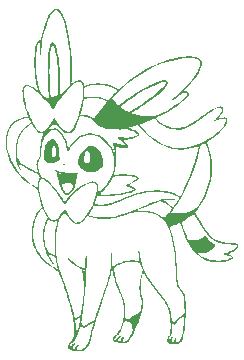
<source format=gbr>
%TF.GenerationSoftware,KiCad,Pcbnew,7.0.1*%
%TF.CreationDate,2023-04-21T06:03:37+01:00*%
%TF.ProjectId,wiikey,7769696b-6579-42e6-9b69-6361645f7063,rev?*%
%TF.SameCoordinates,Original*%
%TF.FileFunction,Legend,Bot*%
%TF.FilePolarity,Positive*%
%FSLAX46Y46*%
G04 Gerber Fmt 4.6, Leading zero omitted, Abs format (unit mm)*
G04 Created by KiCad (PCBNEW 7.0.1) date 2023-04-21 06:03:37*
%MOMM*%
%LPD*%
G01*
G04 APERTURE LIST*
G04 APERTURE END LIST*
%TO.C,G\u002A\u002A\u002A*%
G36*
X156647020Y-104821908D02*
G01*
X156670972Y-104863371D01*
X156652245Y-104893465D01*
X156585258Y-104906383D01*
X156566949Y-104905326D01*
X156512326Y-104882924D01*
X156496681Y-104843039D01*
X156528370Y-104801134D01*
X156537874Y-104796322D01*
X156593492Y-104795559D01*
X156647020Y-104821908D01*
G37*
G36*
X159811951Y-104391946D02*
G01*
X159819820Y-104427335D01*
X159841904Y-104731128D01*
X159842400Y-104961191D01*
X159672495Y-105142526D01*
X159626621Y-105190062D01*
X159464653Y-105331395D01*
X159299353Y-105429352D01*
X159113829Y-105494576D01*
X158999606Y-105517654D01*
X158756356Y-105525590D01*
X158517363Y-105481697D01*
X158291577Y-105390164D01*
X158087947Y-105255181D01*
X157915423Y-105080936D01*
X157782956Y-104871618D01*
X157757482Y-104814700D01*
X157736615Y-104742955D01*
X157732097Y-104664130D01*
X157743449Y-104561263D01*
X157770196Y-104417392D01*
X157777055Y-104386633D01*
X158245069Y-104386633D01*
X158264253Y-104535543D01*
X158309687Y-104651392D01*
X158380961Y-104723825D01*
X158382977Y-104724950D01*
X158494478Y-104758460D01*
X158600081Y-104732244D01*
X158699788Y-104646302D01*
X158710504Y-104633453D01*
X158749827Y-104582644D01*
X158773096Y-104536178D01*
X158783678Y-104477973D01*
X158784940Y-104391946D01*
X158780250Y-104262016D01*
X158779297Y-104239982D01*
X158770343Y-104103917D01*
X158755173Y-104005722D01*
X158729516Y-103925842D01*
X158689099Y-103844723D01*
X158654986Y-103788170D01*
X158604316Y-103718780D01*
X158566813Y-103684594D01*
X158544315Y-103679236D01*
X158472408Y-103697915D01*
X158401686Y-103758960D01*
X158346472Y-103851521D01*
X158287084Y-104031062D01*
X158252543Y-104215021D01*
X158245069Y-104386633D01*
X157777055Y-104386633D01*
X157785058Y-104350745D01*
X157866473Y-104103864D01*
X157980566Y-103882442D01*
X158121571Y-103690590D01*
X158283719Y-103532423D01*
X158461245Y-103412051D01*
X158648382Y-103333588D01*
X158839362Y-103301146D01*
X159028420Y-103318838D01*
X159209787Y-103390776D01*
X159356469Y-103494518D01*
X159522173Y-103671830D01*
X159656761Y-103890916D01*
X159757041Y-104145008D01*
X159811951Y-104391946D01*
G37*
G36*
X156139970Y-103849014D02*
G01*
X156147730Y-103982408D01*
X156165445Y-104364461D01*
X156085665Y-104485435D01*
X156035138Y-104552201D01*
X155895806Y-104676670D01*
X155734856Y-104756394D01*
X155696909Y-104765308D01*
X155603196Y-104777730D01*
X155498010Y-104783708D01*
X155381032Y-104776149D01*
X155208953Y-104721568D01*
X155058946Y-104612968D01*
X154927872Y-104448505D01*
X154886359Y-104382454D01*
X154844078Y-104305601D01*
X154824230Y-104240504D01*
X154820996Y-104163984D01*
X154828557Y-104052862D01*
X154848470Y-103860392D01*
X155486891Y-103860392D01*
X155500795Y-104003511D01*
X155538350Y-104119281D01*
X155596678Y-104192862D01*
X155628935Y-104207170D01*
X155707542Y-104213007D01*
X155777007Y-104191810D01*
X155778307Y-104190911D01*
X155819345Y-104137173D01*
X155858525Y-104047178D01*
X155887782Y-103943575D01*
X155899054Y-103849014D01*
X155898760Y-103834558D01*
X155888267Y-103731941D01*
X155865584Y-103612657D01*
X155834550Y-103489310D01*
X155799004Y-103374503D01*
X155762782Y-103280842D01*
X155729723Y-103220929D01*
X155703666Y-103207370D01*
X155691413Y-103219183D01*
X155653053Y-103281086D01*
X155607860Y-103376700D01*
X155562776Y-103489243D01*
X155524742Y-103601937D01*
X155500701Y-103698000D01*
X155499517Y-103704762D01*
X155486891Y-103860392D01*
X154848470Y-103860392D01*
X154852271Y-103823653D01*
X154903407Y-103528204D01*
X154975057Y-103281210D01*
X155068833Y-103077537D01*
X155186345Y-102912049D01*
X155235556Y-102860694D01*
X155373661Y-102761496D01*
X155514428Y-102719665D01*
X155652421Y-102733932D01*
X155782206Y-102803032D01*
X155898345Y-102925696D01*
X155995405Y-103100659D01*
X156011170Y-103138618D01*
X156056629Y-103266577D01*
X156090734Y-103401735D01*
X156115766Y-103557293D01*
X156134004Y-103746450D01*
X156139970Y-103849014D01*
G37*
G36*
X157695486Y-105644888D02*
G01*
X157677599Y-105670199D01*
X157667739Y-105720256D01*
X157658027Y-105769563D01*
X157647870Y-105850991D01*
X157617061Y-106054311D01*
X157579201Y-106261320D01*
X157537566Y-106456168D01*
X157495435Y-106623006D01*
X157488506Y-106644660D01*
X157456086Y-106745985D01*
X157369417Y-106936288D01*
X157258412Y-107117461D01*
X157135621Y-107267317D01*
X157008652Y-107376657D01*
X156885114Y-107436280D01*
X156835685Y-107446530D01*
X156724938Y-107443336D01*
X156622863Y-107397275D01*
X156524660Y-107304308D01*
X156425528Y-107160398D01*
X156320667Y-106961507D01*
X156278731Y-106864543D01*
X156214962Y-106689159D01*
X156199549Y-106640422D01*
X156351070Y-106640422D01*
X156378937Y-106731843D01*
X156437297Y-106864585D01*
X156457267Y-106906459D01*
X156522852Y-107030276D01*
X156588822Y-107138209D01*
X156643521Y-107210698D01*
X156710647Y-107273801D01*
X156774660Y-107302049D01*
X156846089Y-107288707D01*
X156943106Y-107235263D01*
X156983454Y-107206602D01*
X157100240Y-107090038D01*
X157208789Y-106935308D01*
X157297334Y-106758253D01*
X157318843Y-106704135D01*
X157336488Y-106644660D01*
X157331166Y-106608618D01*
X157303541Y-106576497D01*
X157216283Y-106515930D01*
X157070878Y-106463422D01*
X156899506Y-106439206D01*
X156716632Y-106445048D01*
X156536724Y-106482719D01*
X156479812Y-106501229D01*
X156398569Y-106536399D01*
X156356635Y-106579035D01*
X156351070Y-106640422D01*
X156199549Y-106640422D01*
X156149009Y-106480611D01*
X156085307Y-106254033D01*
X156028291Y-106024558D01*
X155982398Y-105807322D01*
X155949541Y-105645829D01*
X155939265Y-105606200D01*
X156156686Y-105606200D01*
X156162773Y-105636818D01*
X156192400Y-105696779D01*
X156208130Y-105718177D01*
X156232877Y-105730300D01*
X156248304Y-105709516D01*
X157272980Y-105709516D01*
X157278118Y-105733121D01*
X157297065Y-105791411D01*
X157310253Y-105823978D01*
X157326253Y-105830801D01*
X157352199Y-105785879D01*
X157353521Y-105783278D01*
X157380826Y-105720256D01*
X157373518Y-105692929D01*
X157328115Y-105686998D01*
X157295172Y-105691251D01*
X157272980Y-105709516D01*
X156248304Y-105709516D01*
X156261781Y-105691359D01*
X156280506Y-105644888D01*
X156263210Y-105600780D01*
X156222051Y-105572964D01*
X156176653Y-105572094D01*
X156156686Y-105606200D01*
X155939265Y-105606200D01*
X155919191Y-105528787D01*
X155889763Y-105453750D01*
X155858443Y-105411739D01*
X155827184Y-105383294D01*
X155817603Y-105359014D01*
X155850558Y-105340335D01*
X155879804Y-105337039D01*
X155959511Y-105353841D01*
X156064844Y-105395382D01*
X156080966Y-105402809D01*
X156232441Y-105464780D01*
X156384254Y-105510233D01*
X156547649Y-105540758D01*
X156733871Y-105557945D01*
X156954162Y-105563383D01*
X157219768Y-105558662D01*
X157266732Y-105557198D01*
X157445911Y-105552429D01*
X157576651Y-105550923D01*
X157666026Y-105553019D01*
X157721108Y-105559052D01*
X157748970Y-105569361D01*
X157756686Y-105584284D01*
X157752346Y-105603310D01*
X157715580Y-105626951D01*
X157707042Y-105628536D01*
X157695486Y-105644888D01*
G37*
G36*
X168227853Y-96347735D02*
G01*
X168221527Y-96439241D01*
X168166719Y-96643418D01*
X168071300Y-96872625D01*
X167937344Y-97123091D01*
X167766926Y-97391046D01*
X167562118Y-97672719D01*
X167324996Y-97964340D01*
X167057631Y-98262138D01*
X166656686Y-98688460D01*
X166830298Y-98671108D01*
X166831989Y-98670939D01*
X166929051Y-98663340D01*
X166988110Y-98668347D01*
X167027614Y-98691095D01*
X167066013Y-98736719D01*
X167069242Y-98741120D01*
X167110897Y-98816487D01*
X167128008Y-98883186D01*
X167112517Y-98959006D01*
X167049615Y-99076076D01*
X166942382Y-99212016D01*
X166795164Y-99363507D01*
X166612307Y-99527231D01*
X166398158Y-99699870D01*
X166157064Y-99878106D01*
X165893371Y-100058620D01*
X165611426Y-100238095D01*
X165315575Y-100413211D01*
X165010165Y-100580651D01*
X164699543Y-100737097D01*
X164684789Y-100744192D01*
X164561234Y-100803912D01*
X164458797Y-100853954D01*
X164387775Y-100889256D01*
X164358468Y-100904754D01*
X164357264Y-100906796D01*
X164373782Y-100938566D01*
X164423450Y-100997848D01*
X164497127Y-101075343D01*
X164585669Y-101161753D01*
X164679935Y-101247779D01*
X164770782Y-101324122D01*
X165033373Y-101503110D01*
X165335671Y-101649091D01*
X165651963Y-101746384D01*
X165973722Y-101793109D01*
X166292424Y-101787387D01*
X166599543Y-101727336D01*
X166689187Y-101699404D01*
X166816215Y-101653523D01*
X166945437Y-101598113D01*
X167082324Y-101529904D01*
X167232347Y-101445627D01*
X167400977Y-101342013D01*
X167593683Y-101215794D01*
X167815938Y-101063699D01*
X168073210Y-100882461D01*
X168370972Y-100668810D01*
X168449303Y-100612581D01*
X168732751Y-100415963D01*
X168979548Y-100257318D01*
X169194014Y-100134524D01*
X169380473Y-100045457D01*
X169543244Y-99987993D01*
X169686650Y-99960011D01*
X169815013Y-99959387D01*
X169915859Y-99975787D01*
X169992804Y-100012069D01*
X170031662Y-100075464D01*
X170042400Y-100175441D01*
X170031542Y-100272031D01*
X169976688Y-100434505D01*
X169879992Y-100608651D01*
X169746447Y-100784203D01*
X169691541Y-100847683D01*
X169643616Y-100906524D01*
X169628806Y-100934895D01*
X169643794Y-100940837D01*
X169685258Y-100932389D01*
X169699447Y-100929353D01*
X169780202Y-100917069D01*
X169892718Y-100904345D01*
X170017223Y-100893497D01*
X170095568Y-100888119D01*
X170189707Y-100884990D01*
X170249722Y-100891064D01*
X170289859Y-100908467D01*
X170324366Y-100939323D01*
X170336747Y-100953611D01*
X170380103Y-101053826D01*
X170379333Y-101116310D01*
X170378512Y-101182914D01*
X170333945Y-101336724D01*
X170248375Y-101511107D01*
X170123771Y-101701914D01*
X169962105Y-101904994D01*
X169765347Y-102116198D01*
X169710476Y-102170305D01*
X169535041Y-102331051D01*
X169350669Y-102479437D01*
X169142584Y-102626824D01*
X168896005Y-102784575D01*
X168621038Y-102953891D01*
X168720000Y-103215817D01*
X168844334Y-103587474D01*
X168971625Y-104118603D01*
X169048596Y-104670491D01*
X169062816Y-104986027D01*
X169074111Y-105236643D01*
X169057133Y-105662462D01*
X168986236Y-106208283D01*
X168861573Y-106740130D01*
X168684686Y-107253686D01*
X168457120Y-107744633D01*
X168180420Y-108208655D01*
X167856130Y-108641435D01*
X167632631Y-108908756D01*
X167730373Y-109101370D01*
X167784749Y-109206252D01*
X167940696Y-109487639D01*
X168112161Y-109773479D01*
X168291358Y-110051927D01*
X168470499Y-110311138D01*
X168641796Y-110539266D01*
X168797462Y-110724467D01*
X168870637Y-110802835D01*
X169071664Y-110993947D01*
X169276329Y-111148987D01*
X169493283Y-111271614D01*
X169731178Y-111365488D01*
X169998662Y-111434269D01*
X170304388Y-111481618D01*
X170657004Y-111511193D01*
X170807943Y-111520780D01*
X170995764Y-111537322D01*
X171134854Y-111558291D01*
X171230307Y-111586201D01*
X171287218Y-111623566D01*
X171310681Y-111672902D01*
X171307905Y-111709123D01*
X171305789Y-111736722D01*
X171277638Y-111817541D01*
X171240868Y-111888851D01*
X171131452Y-112030738D01*
X170983406Y-112165113D01*
X170808719Y-112281893D01*
X170619383Y-112370998D01*
X170558811Y-112395201D01*
X170495521Y-112425441D01*
X170470972Y-112444612D01*
X170474230Y-112449977D01*
X170513825Y-112472365D01*
X170583970Y-112498412D01*
X170606208Y-112506168D01*
X170699454Y-112552513D01*
X170784702Y-112613174D01*
X170846895Y-112676050D01*
X170870972Y-112729041D01*
X170852496Y-112776217D01*
X170806686Y-112834069D01*
X170748162Y-112884549D01*
X170585421Y-112979525D01*
X170381468Y-113053550D01*
X170144908Y-113106192D01*
X169884350Y-113137018D01*
X169608402Y-113145596D01*
X169325671Y-113131493D01*
X169044765Y-113094278D01*
X168774292Y-113033518D01*
X168522859Y-112948781D01*
X168508876Y-112943058D01*
X168194878Y-112783401D01*
X167900455Y-112571598D01*
X167625023Y-112306842D01*
X167368001Y-111988327D01*
X167245213Y-111796809D01*
X168099543Y-111796809D01*
X168113829Y-111811821D01*
X168128115Y-111796809D01*
X168113829Y-111781797D01*
X168099543Y-111796809D01*
X167245213Y-111796809D01*
X167128806Y-111615244D01*
X166906857Y-111186787D01*
X166701571Y-110702148D01*
X166512367Y-110160520D01*
X166511015Y-110156270D01*
X166468274Y-110022793D01*
X166432268Y-109912030D01*
X166406746Y-109835408D01*
X166395460Y-109804355D01*
X166387847Y-109804613D01*
X166339224Y-109820762D01*
X166256268Y-109854007D01*
X166151082Y-109899630D01*
X166132196Y-109907999D01*
X165987829Y-109968188D01*
X165835389Y-110026594D01*
X165704905Y-110071640D01*
X165610641Y-110103081D01*
X165543534Y-110132251D01*
X165515240Y-110158212D01*
X165516639Y-110186531D01*
X165530639Y-110223846D01*
X165560558Y-110308587D01*
X165600585Y-110424706D01*
X165645983Y-110558576D01*
X165706862Y-110756174D01*
X165794423Y-111105551D01*
X165873699Y-111503880D01*
X165943810Y-111944698D01*
X166003874Y-112421539D01*
X166053013Y-112927937D01*
X166090346Y-113457428D01*
X166114993Y-114003546D01*
X166116768Y-114056314D01*
X166128762Y-114340171D01*
X166143528Y-114570876D01*
X166161772Y-114754309D01*
X166184204Y-114896351D01*
X166211530Y-115002885D01*
X166244457Y-115079791D01*
X166256627Y-115100276D01*
X166311653Y-115183092D01*
X166386711Y-115287785D01*
X166469234Y-115396639D01*
X166562197Y-115519324D01*
X166639328Y-115633089D01*
X166700955Y-115744008D01*
X166748801Y-115859938D01*
X166784591Y-115988738D01*
X166810047Y-116138266D01*
X166826893Y-116316381D01*
X166836853Y-116530940D01*
X166841650Y-116789803D01*
X166843008Y-117100828D01*
X166841513Y-117321159D01*
X166840224Y-117511007D01*
X166835182Y-117699032D01*
X166827215Y-117996165D01*
X166803290Y-118425369D01*
X166768123Y-118800375D01*
X166721386Y-119122941D01*
X166662755Y-119394823D01*
X166591902Y-119617779D01*
X166508503Y-119793565D01*
X166412229Y-119923939D01*
X166302756Y-120010657D01*
X166290225Y-120017028D01*
X166184620Y-120044591D01*
X166024557Y-120055317D01*
X165810372Y-120049198D01*
X165542400Y-120026227D01*
X165446408Y-120005458D01*
X165344556Y-119944544D01*
X165287006Y-119851456D01*
X165279004Y-119771337D01*
X165397033Y-119771337D01*
X165409720Y-119815635D01*
X165420322Y-119837697D01*
X165457957Y-119882544D01*
X165487553Y-119873713D01*
X165499543Y-119811630D01*
X165504224Y-119763753D01*
X165534519Y-119669134D01*
X165584676Y-119579336D01*
X165644975Y-119507309D01*
X165705699Y-119466006D01*
X165757128Y-119468376D01*
X165761030Y-119470998D01*
X165784524Y-119502510D01*
X165763653Y-119549559D01*
X165731357Y-119599909D01*
X165668659Y-119726341D01*
X165653655Y-119820883D01*
X165686340Y-119883133D01*
X165766711Y-119912692D01*
X165806603Y-119914893D01*
X165836087Y-119895051D01*
X165842400Y-119832431D01*
X165844210Y-119810278D01*
X165871063Y-119728671D01*
X165919866Y-119646609D01*
X165977453Y-119583292D01*
X166030655Y-119557920D01*
X166043425Y-119560049D01*
X166067912Y-119594114D01*
X166063050Y-119655290D01*
X166029023Y-119724817D01*
X165995786Y-119787524D01*
X165993292Y-119862965D01*
X166040522Y-119917147D01*
X166081826Y-119935859D01*
X166150725Y-119939799D01*
X166225566Y-119902777D01*
X166319252Y-119820309D01*
X166380875Y-119743168D01*
X166462332Y-119584957D01*
X166533811Y-119375486D01*
X166593736Y-119119649D01*
X166640531Y-118822341D01*
X166644707Y-118787519D01*
X166658533Y-118652363D01*
X166672133Y-118492901D01*
X166684911Y-118319647D01*
X166696272Y-118143118D01*
X166705619Y-117973828D01*
X166712358Y-117822295D01*
X166715891Y-117699032D01*
X166715624Y-117614555D01*
X166710960Y-117579381D01*
X166709232Y-117579061D01*
X166678369Y-117601555D01*
X166615713Y-117660413D01*
X166527472Y-117749405D01*
X166419852Y-117862300D01*
X166299059Y-117992869D01*
X165905302Y-118424390D01*
X165831892Y-118368164D01*
X165829608Y-118366404D01*
X165779023Y-118321033D01*
X165757584Y-118289421D01*
X165756627Y-118284294D01*
X165728115Y-118266903D01*
X165721031Y-118274447D01*
X165709509Y-118330210D01*
X165701886Y-118433115D01*
X165698969Y-118574646D01*
X165696751Y-118735151D01*
X165684109Y-118958752D01*
X165659034Y-119137506D01*
X165620087Y-119280295D01*
X165565826Y-119396005D01*
X165544819Y-119431527D01*
X165470409Y-119561525D01*
X165423536Y-119654609D01*
X165400358Y-119721104D01*
X165397033Y-119771337D01*
X165279004Y-119771337D01*
X165274984Y-119731084D01*
X165309717Y-119588321D01*
X165392430Y-119428058D01*
X165439079Y-119354451D01*
X165486322Y-119278196D01*
X165512677Y-119233453D01*
X165531170Y-119167900D01*
X165546421Y-119054082D01*
X165557911Y-118903850D01*
X165565151Y-118728995D01*
X165567653Y-118541306D01*
X165564931Y-118352574D01*
X165556495Y-118174589D01*
X165549343Y-118077401D01*
X165507636Y-117690477D01*
X165447053Y-117352417D01*
X165365764Y-117056248D01*
X165261944Y-116794998D01*
X165133763Y-116561693D01*
X165086519Y-116492699D01*
X164998119Y-116374467D01*
X164887402Y-116234101D01*
X164763925Y-116083657D01*
X164637242Y-115935195D01*
X164430612Y-115692721D01*
X164144779Y-115333291D01*
X163889531Y-114978160D01*
X163653597Y-114611342D01*
X163425708Y-114216854D01*
X163287005Y-113964794D01*
X163247179Y-114066735D01*
X163237092Y-114093748D01*
X163190663Y-114244281D01*
X163144260Y-114431367D01*
X163101895Y-114636027D01*
X163067577Y-114839277D01*
X163045317Y-115022137D01*
X163038268Y-115117345D01*
X163037704Y-115444208D01*
X163074654Y-115744259D01*
X163148058Y-116007334D01*
X163175062Y-116082344D01*
X163200907Y-116173595D01*
X163215881Y-116267680D01*
X163222700Y-116383647D01*
X163224080Y-116540544D01*
X163223886Y-116567141D01*
X163197317Y-116935710D01*
X163127415Y-117333951D01*
X163016092Y-117755535D01*
X162865258Y-118194131D01*
X162676821Y-118643411D01*
X162566059Y-118867591D01*
X162452692Y-119097043D01*
X162352646Y-119282224D01*
X162230885Y-119495971D01*
X162125392Y-119663444D01*
X162031941Y-119789554D01*
X161946306Y-119879211D01*
X161864261Y-119937327D01*
X161781579Y-119968812D01*
X161694035Y-119978576D01*
X161592708Y-119979060D01*
X161424804Y-119978855D01*
X161301342Y-119976531D01*
X161213811Y-119971462D01*
X161153701Y-119963023D01*
X161112502Y-119950587D01*
X161081703Y-119933529D01*
X161008419Y-119901907D01*
X160919815Y-119888180D01*
X160852539Y-119878237D01*
X160763785Y-119820627D01*
X160728268Y-119774266D01*
X160684323Y-119660797D01*
X160688087Y-119622477D01*
X160815013Y-119622477D01*
X160834113Y-119705179D01*
X160850856Y-119729570D01*
X160899356Y-119761418D01*
X160943928Y-119735096D01*
X160980741Y-119651991D01*
X160981140Y-119650606D01*
X161033237Y-119539941D01*
X161114035Y-119442874D01*
X161208235Y-119373960D01*
X161300538Y-119347754D01*
X161320112Y-119348251D01*
X161371347Y-119363430D01*
X161385258Y-119407230D01*
X161373519Y-119447731D01*
X161316538Y-119484829D01*
X161293335Y-119492688D01*
X161208956Y-119550014D01*
X161145812Y-119634397D01*
X161120972Y-119724888D01*
X161131594Y-119788750D01*
X161181214Y-119841229D01*
X161270634Y-119850922D01*
X161310166Y-119840876D01*
X161341335Y-119804146D01*
X161359893Y-119724740D01*
X161400669Y-119613083D01*
X161483920Y-119515217D01*
X161592114Y-119457266D01*
X161594988Y-119456505D01*
X161647567Y-119459332D01*
X161664065Y-119495202D01*
X161644685Y-119551289D01*
X161589630Y-119614770D01*
X161523601Y-119686283D01*
X161501528Y-119757557D01*
X161533829Y-119822128D01*
X161557658Y-119839557D01*
X161637418Y-119856636D01*
X161735624Y-119843186D01*
X161831741Y-119800685D01*
X161835556Y-119798114D01*
X161893334Y-119742143D01*
X161969753Y-119646846D01*
X162056536Y-119524416D01*
X162145406Y-119387048D01*
X162228086Y-119246934D01*
X162296301Y-119116267D01*
X162323006Y-119048824D01*
X162353305Y-118867591D01*
X162337231Y-118663785D01*
X162275805Y-118444667D01*
X162170045Y-118217497D01*
X162130234Y-118148412D01*
X162098043Y-118108665D01*
X162068231Y-118105338D01*
X162026858Y-118129901D01*
X162009289Y-118141449D01*
X161928603Y-118173022D01*
X161857869Y-118153249D01*
X161783262Y-118079256D01*
X161705675Y-117981679D01*
X161673079Y-118116785D01*
X161649897Y-118206456D01*
X161565744Y-118470814D01*
X161461323Y-118732659D01*
X161344765Y-118972863D01*
X161224206Y-119172304D01*
X161183927Y-119224124D01*
X161085961Y-119325871D01*
X160984548Y-119408280D01*
X160936930Y-119443204D01*
X160850013Y-119533716D01*
X160815013Y-119622477D01*
X160688087Y-119622477D01*
X160695714Y-119544826D01*
X160761530Y-119430236D01*
X160880863Y-119320908D01*
X160917490Y-119293477D01*
X161034086Y-119188729D01*
X161136071Y-119063355D01*
X161232639Y-118904734D01*
X161332980Y-118700251D01*
X161431874Y-118466159D01*
X161506339Y-118244120D01*
X161557137Y-118022530D01*
X161588785Y-117781540D01*
X161605797Y-117501301D01*
X161611189Y-117273208D01*
X161607342Y-117040541D01*
X161590390Y-116827702D01*
X161557852Y-116622659D01*
X161507252Y-116413381D01*
X161436110Y-116187839D01*
X161341947Y-115934000D01*
X161222285Y-115639835D01*
X161199542Y-115585386D01*
X161073459Y-115278126D01*
X160970210Y-115014546D01*
X160887212Y-114786145D01*
X160821878Y-114584423D01*
X160771624Y-114400879D01*
X160733866Y-114227011D01*
X160706018Y-114054318D01*
X160685497Y-113874299D01*
X160681578Y-113836951D01*
X160663752Y-113732423D01*
X160642196Y-113687312D01*
X160618065Y-113701316D01*
X160592511Y-113774131D01*
X160566691Y-113905456D01*
X160542144Y-114040155D01*
X160493701Y-114259469D01*
X160434515Y-114492665D01*
X160370871Y-114715395D01*
X160309056Y-114903312D01*
X160307206Y-114908449D01*
X160281519Y-114981866D01*
X160239249Y-115104790D01*
X160182557Y-115270857D01*
X160113602Y-115473701D01*
X160034547Y-115706956D01*
X159947552Y-115964256D01*
X159854778Y-116239237D01*
X159758386Y-116525532D01*
X159742999Y-116571298D01*
X159607047Y-116977500D01*
X159488475Y-117335867D01*
X159384970Y-117654036D01*
X159294215Y-117939642D01*
X159213896Y-118200322D01*
X159203052Y-118236880D01*
X159141698Y-118443713D01*
X159075305Y-118677449D01*
X159012402Y-118909167D01*
X158950675Y-119146504D01*
X158887808Y-119397096D01*
X158855522Y-119522967D01*
X158805674Y-119702515D01*
X158756138Y-119865851D01*
X158711241Y-119998914D01*
X158675311Y-120087640D01*
X158634434Y-120163563D01*
X158499887Y-120348618D01*
X158335261Y-120506895D01*
X158156686Y-120621782D01*
X158138308Y-120630504D01*
X158043599Y-120667043D01*
X157942888Y-120688646D01*
X157823637Y-120696270D01*
X157673308Y-120690870D01*
X157479361Y-120673402D01*
X157369079Y-120657790D01*
X157271542Y-120629754D01*
X157207933Y-120588638D01*
X157145647Y-120540769D01*
X157070972Y-120503564D01*
X157059059Y-120499738D01*
X156964988Y-120449646D01*
X156914591Y-120370835D01*
X156899732Y-120251316D01*
X156903918Y-120194235D01*
X157022859Y-120194235D01*
X157025033Y-120291285D01*
X157041262Y-120332508D01*
X157077902Y-120365446D01*
X157112659Y-120356746D01*
X157128115Y-120304222D01*
X157145156Y-120257805D01*
X157193087Y-120185323D01*
X157259228Y-120103512D01*
X157330809Y-120026984D01*
X157395062Y-119970352D01*
X157439216Y-119948227D01*
X157481099Y-119963063D01*
X157489178Y-120010152D01*
X157457906Y-120081596D01*
X157389127Y-120169261D01*
X157387575Y-120170929D01*
X157307842Y-120278005D01*
X157269959Y-120377472D01*
X157275550Y-120460340D01*
X157326236Y-120517620D01*
X157353647Y-120530932D01*
X157412740Y-120546883D01*
X157452752Y-120542623D01*
X157456341Y-120518089D01*
X157453230Y-120511762D01*
X157452358Y-120445970D01*
X157484592Y-120356933D01*
X157542507Y-120260463D01*
X157618678Y-120172373D01*
X157669256Y-120125608D01*
X157717873Y-120089581D01*
X157750052Y-120086284D01*
X157780186Y-120110172D01*
X157796824Y-120129906D01*
X157804590Y-120161059D01*
X157782086Y-120202856D01*
X157723876Y-120270809D01*
X157666045Y-120338752D01*
X157613942Y-120420209D01*
X157603433Y-120481926D01*
X157631370Y-120532819D01*
X157680048Y-120559243D01*
X157771182Y-120574592D01*
X157879702Y-120572069D01*
X157985258Y-120550648D01*
X158079042Y-120514359D01*
X158272084Y-120394877D01*
X158436736Y-120227149D01*
X158566807Y-120016858D01*
X158589310Y-119961433D01*
X158627375Y-119848263D01*
X158672237Y-119699685D01*
X158720047Y-119528560D01*
X158766957Y-119347754D01*
X158797201Y-119227371D01*
X158848606Y-119026555D01*
X158899512Y-118831727D01*
X158945358Y-118660282D01*
X158981581Y-118529610D01*
X159006331Y-118440821D01*
X159033628Y-118335526D01*
X159049672Y-118263543D01*
X159051590Y-118236880D01*
X159041131Y-118239372D01*
X158985996Y-118263606D01*
X158898128Y-118308280D01*
X158789451Y-118366778D01*
X158671888Y-118432485D01*
X158557361Y-118498785D01*
X158457794Y-118559061D01*
X158385108Y-118606698D01*
X158305197Y-118660010D01*
X158233460Y-118701407D01*
X158192193Y-118717258D01*
X158169594Y-118705599D01*
X158120495Y-118655926D01*
X158063768Y-118580489D01*
X158023776Y-118524223D01*
X157983437Y-118476634D01*
X157965065Y-118467900D01*
X157964527Y-118469798D01*
X157952506Y-118513464D01*
X157928438Y-118601511D01*
X157895522Y-118722215D01*
X157856962Y-118863851D01*
X157820575Y-118993494D01*
X157749520Y-119215805D01*
X157676842Y-119392790D01*
X157674844Y-119397655D01*
X157588883Y-119551739D01*
X157483974Y-119690754D01*
X157352453Y-119827398D01*
X157186656Y-119974366D01*
X157161313Y-119996349D01*
X157066949Y-120098545D01*
X157022859Y-120194235D01*
X156903918Y-120194235D01*
X156906012Y-120165687D01*
X156939809Y-120058338D01*
X157009850Y-119954532D01*
X157123957Y-119839919D01*
X157148228Y-119817273D01*
X157252776Y-119692822D01*
X157329440Y-119545055D01*
X157373002Y-119392790D01*
X157499543Y-119392790D01*
X157513829Y-119407802D01*
X157528115Y-119392790D01*
X157513829Y-119377778D01*
X157499543Y-119392790D01*
X157373002Y-119392790D01*
X157380805Y-119365515D01*
X157409452Y-119145744D01*
X157417966Y-118877287D01*
X157409096Y-118614203D01*
X157365761Y-118187107D01*
X157348067Y-118081744D01*
X157482640Y-118081744D01*
X157491956Y-118122164D01*
X157510110Y-118241656D01*
X157526139Y-118397112D01*
X157538966Y-118572354D01*
X157547514Y-118751205D01*
X157550704Y-118917488D01*
X157547459Y-119055024D01*
X157543206Y-119135914D01*
X157539112Y-119245052D01*
X157538472Y-119319941D01*
X157541543Y-119347754D01*
X157543536Y-119347388D01*
X157567238Y-119313524D01*
X157599964Y-119231188D01*
X157639440Y-119109675D01*
X157683393Y-118958278D01*
X157729550Y-118786293D01*
X157775638Y-118603013D01*
X157819382Y-118417734D01*
X157858509Y-118239748D01*
X157890747Y-118078351D01*
X157913822Y-117942838D01*
X157925460Y-117842502D01*
X157923388Y-117786637D01*
X157920451Y-117783482D01*
X157886484Y-117795348D01*
X157824327Y-117838948D01*
X157744722Y-117907044D01*
X157661886Y-117978668D01*
X157577262Y-118035369D01*
X157522729Y-118046559D01*
X157484355Y-118045477D01*
X157482640Y-118081744D01*
X157348067Y-118081744D01*
X157286602Y-117715738D01*
X157171882Y-117201371D01*
X157021862Y-116645279D01*
X156836805Y-116048737D01*
X156820701Y-116000298D01*
X156776277Y-115869852D01*
X156719852Y-115707136D01*
X156654079Y-115519533D01*
X156581605Y-115314425D01*
X156505082Y-115099197D01*
X156427160Y-114881231D01*
X156350489Y-114667909D01*
X156277720Y-114466616D01*
X156211501Y-114284734D01*
X156154484Y-114129647D01*
X156109319Y-114008736D01*
X156078655Y-113929386D01*
X156065143Y-113898980D01*
X156041381Y-113885239D01*
X155976236Y-113849415D01*
X155880281Y-113797357D01*
X155763964Y-113734761D01*
X155503122Y-113581340D01*
X155139463Y-113317823D01*
X154808330Y-113016591D01*
X154515525Y-112683756D01*
X154266848Y-112325430D01*
X154068102Y-111947728D01*
X154036503Y-111875771D01*
X153961487Y-111689668D01*
X153906584Y-111520006D01*
X153868881Y-111351544D01*
X153845466Y-111169040D01*
X153833427Y-110957254D01*
X153829851Y-110700946D01*
X153829853Y-110611061D01*
X153830558Y-110516259D01*
X153924163Y-110516259D01*
X153928440Y-110927756D01*
X153988510Y-111331235D01*
X154104130Y-111724464D01*
X154275056Y-112105211D01*
X154501046Y-112471245D01*
X154635134Y-112643875D01*
X154817647Y-112847943D01*
X155019982Y-113049635D01*
X155225991Y-113232941D01*
X155419524Y-113381850D01*
X155494449Y-113432522D01*
X155611984Y-113507798D01*
X155730303Y-113579564D01*
X155839526Y-113642208D01*
X155929775Y-113690122D01*
X155991169Y-113717695D01*
X156013829Y-113719317D01*
X156009561Y-113694427D01*
X155994869Y-113621280D01*
X155972173Y-113512670D01*
X155944059Y-113381119D01*
X155924162Y-113288336D01*
X155890313Y-113128272D01*
X155859627Y-112980681D01*
X155836916Y-112868588D01*
X155799543Y-112679375D01*
X155602235Y-112607148D01*
X155494654Y-112561352D01*
X155380419Y-112500555D01*
X155295092Y-112442168D01*
X155255044Y-112409984D01*
X155205032Y-112376298D01*
X155185660Y-112373349D01*
X155194569Y-112404613D01*
X155229089Y-112480858D01*
X155283311Y-112585832D01*
X155350493Y-112707416D01*
X155423895Y-112833490D01*
X155496773Y-112951933D01*
X155562388Y-113050625D01*
X155609415Y-113121288D01*
X155663782Y-113220417D01*
X155687537Y-113291953D01*
X155678962Y-113329483D01*
X155636339Y-113326595D01*
X155584303Y-113284766D01*
X155512621Y-113195825D01*
X155427946Y-113069466D01*
X155335232Y-112914709D01*
X155239431Y-112740572D01*
X155145498Y-112556074D01*
X155058387Y-112370232D01*
X154983052Y-112192065D01*
X154924446Y-112030592D01*
X154824002Y-111642598D01*
X154767311Y-111221793D01*
X154763340Y-110941135D01*
X154886895Y-110941135D01*
X154887367Y-111082225D01*
X154895611Y-111341465D01*
X154916206Y-111555448D01*
X154952203Y-111733830D01*
X155006651Y-111886266D01*
X155082600Y-112022411D01*
X155183099Y-112151920D01*
X155311199Y-112284449D01*
X155388398Y-112351894D01*
X155502864Y-112433032D01*
X155603619Y-112484167D01*
X155650412Y-112500423D01*
X155723060Y-112523375D01*
X155761975Y-112532388D01*
X155763663Y-112531798D01*
X155771346Y-112497241D01*
X155771514Y-112419966D01*
X155764029Y-112314717D01*
X155757349Y-112217096D01*
X155751515Y-112071836D01*
X155747003Y-111894070D01*
X155744164Y-111697685D01*
X155743592Y-111556620D01*
X155856908Y-111556620D01*
X155857272Y-111751307D01*
X155859394Y-111959191D01*
X155864051Y-112128999D01*
X155871971Y-112273115D01*
X155883880Y-112403922D01*
X155900505Y-112533803D01*
X155922574Y-112675141D01*
X155944243Y-112802859D01*
X155991949Y-113059773D01*
X156043560Y-113300426D01*
X156102344Y-113536651D01*
X156154246Y-113719317D01*
X156171567Y-113780279D01*
X156254497Y-114043143D01*
X156354402Y-114337073D01*
X156474548Y-114673901D01*
X156589861Y-114995138D01*
X156775749Y-115528929D01*
X156940496Y-116023776D01*
X157082930Y-116476023D01*
X157201880Y-116882016D01*
X157296175Y-117238100D01*
X157358650Y-117472779D01*
X157418762Y-117658773D01*
X157474099Y-117785918D01*
X157524874Y-117854701D01*
X157571300Y-117865607D01*
X157582247Y-117859519D01*
X157634627Y-117822014D01*
X157713613Y-117760041D01*
X157806768Y-117683233D01*
X158005527Y-117515662D01*
X158080819Y-116938032D01*
X158098657Y-116797884D01*
X158127454Y-116560090D01*
X158155474Y-116316381D01*
X158180235Y-116088536D01*
X158199256Y-115898335D01*
X158201154Y-115877989D01*
X158217783Y-115694885D01*
X158230373Y-115536808D01*
X158238443Y-115395321D01*
X158241515Y-115261989D01*
X158239109Y-115128378D01*
X158230747Y-114986051D01*
X158215948Y-114826575D01*
X158194235Y-114641513D01*
X158165127Y-114422432D01*
X158128145Y-114160894D01*
X158082811Y-113848466D01*
X158075118Y-113806475D01*
X158067722Y-113788534D01*
X158194597Y-113788534D01*
X158200513Y-113852307D01*
X158212645Y-113953719D01*
X158229528Y-114079831D01*
X158244901Y-114189818D01*
X158262782Y-114315873D01*
X158275190Y-114395760D01*
X158283999Y-114437493D01*
X158291077Y-114449087D01*
X158298297Y-114438557D01*
X158307530Y-114413916D01*
X158311964Y-114395506D01*
X158320244Y-114319920D01*
X158325974Y-114209013D01*
X158328115Y-114079652D01*
X158327336Y-113953783D01*
X158323209Y-113868400D01*
X158313166Y-113819530D01*
X158294644Y-113795106D01*
X158265077Y-113783062D01*
X158224411Y-113773952D01*
X158194863Y-113773280D01*
X158194597Y-113788534D01*
X158067722Y-113788534D01*
X158059333Y-113768186D01*
X158027546Y-113732996D01*
X157970883Y-113693624D01*
X157880473Y-113642786D01*
X157747441Y-113573199D01*
X157575406Y-113477336D01*
X157320836Y-113305214D01*
X157109119Y-113120805D01*
X156947399Y-112929851D01*
X156911507Y-112873804D01*
X156867149Y-112785876D01*
X156843161Y-112712480D01*
X156842967Y-112665667D01*
X156869992Y-112657487D01*
X156873078Y-112659144D01*
X156908257Y-112693081D01*
X156965821Y-112759803D01*
X157034970Y-112846909D01*
X157186992Y-113022521D01*
X157438617Y-113244242D01*
X157725979Y-113429678D01*
X157804894Y-113470381D01*
X157928820Y-113528277D01*
X158057659Y-113583197D01*
X158177273Y-113629459D01*
X158273521Y-113661383D01*
X158332265Y-113673286D01*
X158334832Y-113669545D01*
X158342036Y-113621698D01*
X158348905Y-113525629D01*
X158355014Y-113390057D01*
X158359941Y-113223702D01*
X158363261Y-113035284D01*
X158365376Y-112879590D01*
X158368892Y-112702727D01*
X158373484Y-112573892D01*
X158379712Y-112486008D01*
X158388139Y-112431997D01*
X158399324Y-112404781D01*
X158413829Y-112397282D01*
X158425630Y-112402787D01*
X158435623Y-112424840D01*
X158443100Y-112469678D01*
X158448343Y-112543508D01*
X158451632Y-112652542D01*
X158453249Y-112802988D01*
X158453476Y-113001056D01*
X158452593Y-113252955D01*
X158452297Y-113302765D01*
X158435144Y-114050417D01*
X158433645Y-114079652D01*
X158394944Y-114834523D01*
X158333160Y-115638492D01*
X158251260Y-116445732D01*
X158150707Y-117239652D01*
X158057804Y-117842502D01*
X158032969Y-118003660D01*
X157993677Y-118235807D01*
X158090226Y-118386462D01*
X158102176Y-118404950D01*
X158163914Y-118490058D01*
X158213578Y-118528205D01*
X158263832Y-118524631D01*
X158327335Y-118484575D01*
X158338554Y-118476690D01*
X158402862Y-118437238D01*
X158503325Y-118379810D01*
X158628530Y-118310840D01*
X158767064Y-118236759D01*
X158844556Y-118195858D01*
X158967100Y-118129801D01*
X159051414Y-118080117D01*
X159106151Y-118039875D01*
X159139964Y-118002144D01*
X159161507Y-117959996D01*
X159179431Y-117906499D01*
X159180114Y-117904305D01*
X159199198Y-117845505D01*
X159235216Y-117736684D01*
X159286122Y-117583951D01*
X159349870Y-117393414D01*
X159424413Y-117171184D01*
X159507704Y-116923367D01*
X159597698Y-116656075D01*
X159692347Y-116375414D01*
X159824594Y-115983426D01*
X159950512Y-115609014D01*
X160059708Y-115281676D01*
X160153413Y-114996463D01*
X160232858Y-114748423D01*
X160299276Y-114532607D01*
X160353898Y-114344066D01*
X160397957Y-114177849D01*
X160432683Y-114029007D01*
X160459309Y-113892589D01*
X160479066Y-113763646D01*
X160493187Y-113637227D01*
X160496235Y-113596810D01*
X160778121Y-113596810D01*
X160796825Y-113832483D01*
X160803663Y-113909735D01*
X160827218Y-114097779D01*
X160862068Y-114284892D01*
X160910873Y-114480025D01*
X160976299Y-114692127D01*
X161061007Y-114930147D01*
X161167662Y-115203035D01*
X161298927Y-115519740D01*
X161380391Y-115714149D01*
X161476504Y-115952408D01*
X161551869Y-116155939D01*
X161609166Y-116335963D01*
X161651073Y-116503698D01*
X161680270Y-116670363D01*
X161699437Y-116847176D01*
X161711252Y-117045357D01*
X161718396Y-117276123D01*
X161719256Y-117313896D01*
X161723723Y-117493611D01*
X161728597Y-117624996D01*
X161735319Y-117717986D01*
X161745328Y-117782517D01*
X161760063Y-117828524D01*
X161780965Y-117865941D01*
X161809473Y-117904704D01*
X161830979Y-117931836D01*
X161882374Y-117989559D01*
X161915504Y-118016675D01*
X161930602Y-118013158D01*
X161986334Y-117983457D01*
X162070109Y-117930043D01*
X162170391Y-117860008D01*
X162246185Y-117807282D01*
X162392350Y-117712774D01*
X162552134Y-117615953D01*
X162702388Y-117531130D01*
X162756928Y-117502062D01*
X162860398Y-117446476D01*
X162933245Y-117400467D01*
X162982584Y-117352657D01*
X163015531Y-117291667D01*
X163039202Y-117206120D01*
X163060712Y-117084637D01*
X163087176Y-116915840D01*
X163114722Y-116716370D01*
X163125616Y-116545760D01*
X163117174Y-116393950D01*
X163088250Y-116241287D01*
X163037695Y-116068118D01*
X163019106Y-116009924D01*
X162986845Y-115897892D01*
X162964868Y-115795191D01*
X162950630Y-115684474D01*
X162941586Y-115548400D01*
X162935190Y-115369622D01*
X162934267Y-115333043D01*
X162939274Y-115010007D01*
X162971087Y-114704567D01*
X163032846Y-114395376D01*
X163127689Y-114061090D01*
X163209550Y-113803386D01*
X163113764Y-113535803D01*
X163090121Y-113472881D01*
X163041643Y-113359835D01*
X162996836Y-113273872D01*
X162963038Y-113229885D01*
X162872085Y-113186446D01*
X162731548Y-113149434D01*
X162557512Y-113123570D01*
X162361913Y-113110596D01*
X162156686Y-113112251D01*
X162080558Y-113116286D01*
X161925075Y-113129711D01*
X161787607Y-113152108D01*
X161654559Y-113187512D01*
X161512335Y-113239955D01*
X161347339Y-113313472D01*
X161145975Y-113412094D01*
X160778121Y-113596810D01*
X160496235Y-113596810D01*
X160502903Y-113508383D01*
X160509445Y-113372164D01*
X160514047Y-113223621D01*
X160517938Y-113057802D01*
X160519506Y-112988336D01*
X160524641Y-112776336D01*
X160529655Y-112616165D01*
X160535350Y-112501412D01*
X160542527Y-112425663D01*
X160551987Y-112382508D01*
X160564531Y-112365533D01*
X160580960Y-112368328D01*
X160602077Y-112384479D01*
X160605782Y-112387990D01*
X160620772Y-112412247D01*
X160631207Y-112454667D01*
X160637590Y-112523618D01*
X160640423Y-112627469D01*
X160640210Y-112774591D01*
X160637453Y-112973352D01*
X160635503Y-113143151D01*
X160635609Y-113295349D01*
X160637692Y-113415681D01*
X160641586Y-113494760D01*
X160647125Y-113523199D01*
X160653428Y-113521292D01*
X160701336Y-113499570D01*
X160786969Y-113457444D01*
X160900684Y-113399715D01*
X161032839Y-113331185D01*
X161054350Y-113319988D01*
X161208131Y-113243166D01*
X161361388Y-113171450D01*
X161497425Y-113112427D01*
X161599543Y-113073684D01*
X161769743Y-113030933D01*
X161997134Y-112999460D01*
X162241113Y-112987107D01*
X162481404Y-112994803D01*
X162697729Y-113023474D01*
X162742764Y-113032236D01*
X162845105Y-113050187D01*
X162918534Y-113060219D01*
X162949502Y-113060347D01*
X162950276Y-113058522D01*
X162948296Y-113017439D01*
X162936646Y-112935582D01*
X162917442Y-112828259D01*
X162896308Y-112706923D01*
X162871864Y-112538362D01*
X162854553Y-112386770D01*
X162850302Y-112338956D01*
X162844009Y-112245121D01*
X162846872Y-112194720D01*
X162860752Y-112175906D01*
X162887508Y-112176830D01*
X162896222Y-112179312D01*
X162920664Y-112200111D01*
X162940024Y-112248353D01*
X162957580Y-112334837D01*
X162976610Y-112470361D01*
X162997754Y-112620713D01*
X163063101Y-112963687D01*
X163152667Y-113292575D01*
X163270489Y-113617753D01*
X163354461Y-113803386D01*
X163420601Y-113949600D01*
X163607041Y-114298493D01*
X163833842Y-114674811D01*
X163975041Y-114892219D01*
X164226168Y-115248609D01*
X164500983Y-115600829D01*
X164812411Y-115965932D01*
X164844941Y-116002883D01*
X164955138Y-116131052D01*
X165055872Y-116252458D01*
X165137145Y-116354880D01*
X165188954Y-116426095D01*
X165253910Y-116532867D01*
X165389823Y-116812442D01*
X165501862Y-117124517D01*
X165584254Y-117451470D01*
X165631224Y-117775680D01*
X165634789Y-117815627D01*
X165647707Y-117917786D01*
X165668841Y-117987745D01*
X165706939Y-118046878D01*
X165770748Y-118116554D01*
X165891627Y-118241218D01*
X166325996Y-117781188D01*
X166760364Y-117321159D01*
X166746804Y-116795745D01*
X166742621Y-116658119D01*
X166729809Y-116408224D01*
X166709236Y-116202988D01*
X166678103Y-116032067D01*
X166633610Y-115885116D01*
X166572958Y-115751790D01*
X166493347Y-115621747D01*
X166391978Y-115484642D01*
X166350937Y-115432247D01*
X166262986Y-115316648D01*
X166193690Y-115215344D01*
X166140462Y-115119045D01*
X166100715Y-115018464D01*
X166071863Y-114904313D01*
X166051318Y-114767305D01*
X166036495Y-114598150D01*
X166024806Y-114387563D01*
X166013665Y-114126254D01*
X165995664Y-113734340D01*
X165957187Y-113116965D01*
X165908208Y-112554198D01*
X165848261Y-112043176D01*
X165776879Y-111581036D01*
X165693594Y-111164913D01*
X165597941Y-110791945D01*
X165489451Y-110459267D01*
X165367659Y-110164017D01*
X165295882Y-110013995D01*
X165229394Y-109891619D01*
X165160010Y-109787779D01*
X165147735Y-109772726D01*
X166512567Y-109772726D01*
X166515862Y-109809857D01*
X166543456Y-109900637D01*
X166593223Y-110051936D01*
X166652952Y-110223753D01*
X166718978Y-110406460D01*
X166787637Y-110590431D01*
X166855262Y-110766039D01*
X166918191Y-110923657D01*
X166972757Y-111053659D01*
X167015296Y-111146417D01*
X167042143Y-111192305D01*
X167070473Y-111207447D01*
X167149669Y-111225987D01*
X167262694Y-111240595D01*
X167395973Y-111250367D01*
X167535930Y-111254398D01*
X167668989Y-111251781D01*
X167781575Y-111241612D01*
X167867363Y-111227152D01*
X168054237Y-111175645D01*
X168205775Y-111098122D01*
X168335942Y-110988200D01*
X168443770Y-110876800D01*
X168696584Y-111126639D01*
X168727465Y-111156657D01*
X168859653Y-111276266D01*
X168998871Y-111390502D01*
X169133077Y-111490290D01*
X169250228Y-111566555D01*
X169338281Y-111610220D01*
X169350448Y-111619099D01*
X169354922Y-111666933D01*
X169327258Y-111742760D01*
X169295247Y-111796809D01*
X169272413Y-111835362D01*
X169195347Y-111933524D01*
X169146812Y-111985402D01*
X168947257Y-112150755D01*
X168720035Y-112267842D01*
X168461159Y-112338330D01*
X168166643Y-112363886D01*
X168078610Y-112365977D01*
X167977269Y-112371731D01*
X167910461Y-112379859D01*
X167889492Y-112389324D01*
X167891887Y-112392438D01*
X167928118Y-112425237D01*
X167996248Y-112480280D01*
X168083926Y-112547520D01*
X168268087Y-112671458D01*
X168550558Y-112813295D01*
X168870972Y-112921829D01*
X168961002Y-112942376D01*
X169137449Y-112969432D01*
X169341570Y-112989293D01*
X169556602Y-113001154D01*
X169765783Y-113004213D01*
X169952351Y-112997666D01*
X170099543Y-112980711D01*
X170161980Y-112967960D01*
X170315815Y-112927415D01*
X170463015Y-112877480D01*
X170586946Y-112824186D01*
X170670972Y-112773563D01*
X170742400Y-112715866D01*
X170613829Y-112657537D01*
X170566393Y-112637616D01*
X170446317Y-112594816D01*
X170328115Y-112560468D01*
X170240743Y-112535452D01*
X170142975Y-112491670D01*
X170101343Y-112446347D01*
X170115981Y-112401801D01*
X170187021Y-112360351D01*
X170314596Y-112324312D01*
X170396896Y-112303998D01*
X170630610Y-112215017D01*
X170851110Y-112087960D01*
X171037385Y-111934168D01*
X171128421Y-111834178D01*
X171175523Y-111759502D01*
X171177298Y-111709123D01*
X171135258Y-111679103D01*
X171114900Y-111675002D01*
X171041543Y-111666065D01*
X170928638Y-111655437D01*
X170787168Y-111644115D01*
X170628115Y-111633095D01*
X170548320Y-111627667D01*
X170379665Y-111614320D01*
X170224731Y-111599721D01*
X170097970Y-111585296D01*
X170013829Y-111572471D01*
X169906906Y-111548098D01*
X169715367Y-111492743D01*
X169522022Y-111424713D01*
X169346327Y-111351091D01*
X169207734Y-111278960D01*
X169036396Y-111153517D01*
X168843060Y-110969489D01*
X168636827Y-110733937D01*
X168419919Y-110449779D01*
X168194559Y-110119936D01*
X167962970Y-109747327D01*
X167727376Y-109334870D01*
X167718628Y-109318941D01*
X167650421Y-109195091D01*
X167593541Y-109092394D01*
X167553712Y-109021147D01*
X167536656Y-108991651D01*
X167529712Y-108991984D01*
X167491931Y-109018558D01*
X167434830Y-109071319D01*
X167388127Y-109115024D01*
X167277161Y-109208079D01*
X167138478Y-109315692D01*
X166985621Y-109427775D01*
X166832133Y-109534239D01*
X166691557Y-109624997D01*
X166676539Y-109634243D01*
X166584030Y-109694258D01*
X166532331Y-109737306D01*
X166512567Y-109772726D01*
X165147735Y-109772726D01*
X165074978Y-109683506D01*
X164961549Y-109559833D01*
X164911657Y-109507551D01*
X164796953Y-109394565D01*
X164696203Y-109310127D01*
X164593008Y-109241391D01*
X164470972Y-109175511D01*
X164433133Y-109156959D01*
X164297221Y-109095875D01*
X164163682Y-109042895D01*
X164056686Y-109007806D01*
X164009313Y-108996055D01*
X163814881Y-108960230D01*
X163581787Y-108932217D01*
X163324094Y-108913144D01*
X163055863Y-108904139D01*
X162791155Y-108906329D01*
X162707703Y-108909072D01*
X162563354Y-108915499D01*
X162449161Y-108925351D01*
X162348261Y-108941772D01*
X162243791Y-108967906D01*
X162118887Y-109006897D01*
X161956686Y-109061889D01*
X161771146Y-109124488D01*
X161442672Y-109228106D01*
X161148434Y-109309459D01*
X160877003Y-109370985D01*
X160616950Y-109415120D01*
X160356844Y-109444303D01*
X160085258Y-109460970D01*
X159944822Y-109464992D01*
X159537154Y-109455720D01*
X159158201Y-109412513D01*
X158793126Y-109333912D01*
X158525463Y-109262563D01*
X158321176Y-109488555D01*
X158238308Y-109577248D01*
X158075765Y-109729082D01*
X157928087Y-109831509D01*
X157788512Y-109887732D01*
X157650275Y-109900956D01*
X157506614Y-109874383D01*
X157465271Y-109860787D01*
X157389350Y-109827161D01*
X157316757Y-109778323D01*
X157233876Y-109704245D01*
X157127092Y-109594903D01*
X157080872Y-109544323D01*
X156962868Y-109403324D01*
X156848419Y-109252608D01*
X156756914Y-109117199D01*
X156714229Y-109048978D01*
X156653910Y-108956603D01*
X156609238Y-108893283D01*
X156587644Y-108869876D01*
X156583200Y-108871861D01*
X156552767Y-108905958D01*
X156510219Y-108968873D01*
X156503062Y-108980167D01*
X156449311Y-109057388D01*
X156374656Y-109157340D01*
X156292964Y-109261353D01*
X156266161Y-109294779D01*
X156204207Y-109377072D01*
X156160272Y-109450332D01*
X156126885Y-109531503D01*
X156107252Y-109600173D01*
X156096573Y-109637527D01*
X156061865Y-109785346D01*
X156001529Y-110057725D01*
X155953458Y-110291415D01*
X155917240Y-110495109D01*
X155891246Y-110682891D01*
X155873845Y-110868848D01*
X155863409Y-111067065D01*
X155858307Y-111291627D01*
X155856908Y-111556620D01*
X155743592Y-111556620D01*
X155743349Y-111496572D01*
X155743532Y-111438507D01*
X155747805Y-111165200D01*
X155759110Y-110925209D01*
X155779433Y-110700404D01*
X155810762Y-110472654D01*
X155855082Y-110223827D01*
X155914381Y-109935792D01*
X155938516Y-109820345D01*
X155960245Y-109708746D01*
X155973423Y-109631302D01*
X155975823Y-109600173D01*
X155969074Y-109599958D01*
X155925015Y-109616367D01*
X155855839Y-109650572D01*
X155835064Y-109661240D01*
X155689848Y-109706594D01*
X155553636Y-109693659D01*
X155420968Y-109622078D01*
X155381759Y-109591238D01*
X155319299Y-109537323D01*
X155286424Y-109501983D01*
X155279158Y-109491686D01*
X155244944Y-109469977D01*
X155238530Y-109472891D01*
X155208380Y-109515604D01*
X155166154Y-109600735D01*
X155116378Y-109717288D01*
X155063575Y-109854265D01*
X155012271Y-110000671D01*
X154966989Y-110145509D01*
X154951416Y-110200044D01*
X154926690Y-110295657D01*
X154909343Y-110384655D01*
X154898031Y-110480371D01*
X154891414Y-110596135D01*
X154888150Y-110745279D01*
X154886895Y-110941135D01*
X154763340Y-110941135D01*
X154761327Y-110798852D01*
X154805649Y-110381987D01*
X154899873Y-109979415D01*
X155043598Y-109599350D01*
X155068598Y-109544518D01*
X155113780Y-109442648D01*
X155145021Y-109368293D01*
X155156686Y-109334640D01*
X155155276Y-109328881D01*
X155131670Y-109285248D01*
X155088183Y-109220278D01*
X155063228Y-109182146D01*
X155008668Y-109089309D01*
X154943072Y-108970164D01*
X154875672Y-108841177D01*
X154731663Y-108557649D01*
X154626333Y-108676047D01*
X154625786Y-108676662D01*
X154503236Y-108833662D01*
X154378029Y-109027116D01*
X154262878Y-109235762D01*
X154170498Y-109438339D01*
X154083962Y-109678141D01*
X153975923Y-110098977D01*
X153924163Y-110516259D01*
X153830558Y-110516259D01*
X153831162Y-110435052D01*
X153835365Y-110299248D01*
X153843781Y-110189712D01*
X153857725Y-110092503D01*
X153878516Y-109993684D01*
X153907468Y-109879314D01*
X153936324Y-109775100D01*
X154060386Y-109410748D01*
X154209253Y-109084402D01*
X154379551Y-108802737D01*
X154567907Y-108572428D01*
X154694524Y-108441847D01*
X154637767Y-108302898D01*
X154630813Y-108285501D01*
X154578897Y-108135499D01*
X154525594Y-107951448D01*
X154474291Y-107748466D01*
X154428378Y-107541669D01*
X154391242Y-107346174D01*
X154366272Y-107177098D01*
X154356855Y-107049558D01*
X154355979Y-107046566D01*
X154324323Y-107014811D01*
X154253951Y-106961324D01*
X154154097Y-106892788D01*
X154033994Y-106815885D01*
X154030504Y-106813720D01*
X153628231Y-106542975D01*
X153270242Y-106256356D01*
X152944048Y-105943870D01*
X152729241Y-105707181D01*
X152409867Y-105299540D01*
X152141189Y-104879069D01*
X151924817Y-104448734D01*
X151762359Y-104011499D01*
X151655428Y-103570331D01*
X151646034Y-103510265D01*
X151627415Y-103315882D01*
X151619364Y-103094034D01*
X151620362Y-102984870D01*
X151721195Y-102984870D01*
X151725344Y-103177719D01*
X151758951Y-103513698D01*
X151829083Y-103841732D01*
X151939142Y-104175987D01*
X152092532Y-104530630D01*
X152217778Y-104773159D01*
X152474352Y-105184819D01*
X152774869Y-105579322D01*
X153110990Y-105947059D01*
X153474375Y-106278418D01*
X153856686Y-106563791D01*
X153866416Y-106570263D01*
X153983280Y-106646806D01*
X154099906Y-106721400D01*
X154192400Y-106778748D01*
X154328115Y-106860451D01*
X154328274Y-106611491D01*
X154328879Y-106576171D01*
X154446162Y-106576171D01*
X154451723Y-106787375D01*
X154469157Y-107018602D01*
X154497749Y-107260355D01*
X154536782Y-107503135D01*
X154585540Y-107737444D01*
X154643307Y-107953783D01*
X154661640Y-108012729D01*
X154754600Y-108278559D01*
X154860447Y-108536013D01*
X154975428Y-108778977D01*
X155095794Y-109001336D01*
X155217794Y-109196976D01*
X155337677Y-109359784D01*
X155451692Y-109483645D01*
X155556088Y-109562446D01*
X155647115Y-109590071D01*
X155706849Y-109583229D01*
X155818820Y-109537397D01*
X155942720Y-109446342D01*
X156081214Y-109307581D01*
X156236968Y-109118631D01*
X156412648Y-108877010D01*
X156444914Y-108831736D01*
X156513567Y-108743403D01*
X156569306Y-108682215D01*
X156602395Y-108659338D01*
X156603497Y-108659371D01*
X156644428Y-108684361D01*
X156688444Y-108741903D01*
X156795123Y-108923256D01*
X156969992Y-109197415D01*
X157129937Y-109416398D01*
X157276053Y-109581651D01*
X157409434Y-109694620D01*
X157472477Y-109734007D01*
X157599767Y-109782360D01*
X157724464Y-109778833D01*
X157862721Y-109724493D01*
X157965273Y-109660094D01*
X158134469Y-109515002D01*
X158307997Y-109324311D01*
X158436971Y-109154769D01*
X158618630Y-109154769D01*
X158645767Y-109168699D01*
X158721069Y-109192906D01*
X158830692Y-109221696D01*
X158962327Y-109252090D01*
X159103666Y-109281109D01*
X159242400Y-109305773D01*
X159260769Y-109308623D01*
X159450766Y-109329187D01*
X159677199Y-109341359D01*
X159921966Y-109345135D01*
X160166967Y-109340511D01*
X160394098Y-109327483D01*
X160585258Y-109306048D01*
X160736572Y-109280009D01*
X161072636Y-109204945D01*
X161446231Y-109100002D01*
X161859364Y-108964499D01*
X162314041Y-108797758D01*
X162397649Y-108764421D01*
X162742400Y-108764421D01*
X162928115Y-108771584D01*
X163080401Y-108778814D01*
X163322887Y-108795424D01*
X163557368Y-108817213D01*
X163771560Y-108842823D01*
X163953178Y-108870895D01*
X164089939Y-108900072D01*
X164215432Y-108938436D01*
X164445947Y-109031729D01*
X164664747Y-109147115D01*
X164849119Y-109273423D01*
X164908468Y-109318928D01*
X164973196Y-109362905D01*
X165009147Y-109379906D01*
X165010114Y-109379797D01*
X165042585Y-109355818D01*
X165104461Y-109295779D01*
X165187992Y-109208157D01*
X165285428Y-109101431D01*
X165389018Y-108984079D01*
X165427454Y-108939046D01*
X165613829Y-108939046D01*
X165624420Y-108947267D01*
X165676736Y-108966048D01*
X165758093Y-108987111D01*
X165856780Y-109002503D01*
X166015398Y-109013399D01*
X166199102Y-109015710D01*
X166390584Y-109009679D01*
X166572537Y-108995547D01*
X166727656Y-108973556D01*
X166753267Y-108968555D01*
X167016279Y-108902164D01*
X167266638Y-108812920D01*
X167493230Y-108705999D01*
X167684942Y-108586576D01*
X167830662Y-108459828D01*
X167871365Y-108413237D01*
X167977947Y-108274219D01*
X168095519Y-108102170D01*
X168214669Y-107911851D01*
X168325985Y-107718024D01*
X168420055Y-107535451D01*
X168590828Y-107140469D01*
X168764027Y-106615289D01*
X168881171Y-106079994D01*
X168942087Y-105536327D01*
X168946602Y-104986027D01*
X168894541Y-104430836D01*
X168785731Y-103872495D01*
X168748269Y-103728153D01*
X168700394Y-103560878D01*
X168650645Y-103401687D01*
X168602444Y-103260538D01*
X168559213Y-103147387D01*
X168524374Y-103072195D01*
X168501348Y-103044918D01*
X168501333Y-103044918D01*
X168465555Y-103056554D01*
X168393588Y-103087010D01*
X168300996Y-103129701D01*
X168123256Y-103214484D01*
X168101786Y-103303338D01*
X167985951Y-103782715D01*
X167775926Y-104570801D01*
X167521794Y-105364419D01*
X167234644Y-106120118D01*
X166915865Y-106834795D01*
X166566847Y-107505347D01*
X166460716Y-107680419D01*
X166188978Y-108128671D01*
X165859417Y-108594555D01*
X165783648Y-108701666D01*
X165741004Y-108757870D01*
X165675616Y-108846359D01*
X165630592Y-108910431D01*
X165613829Y-108939046D01*
X165427454Y-108939046D01*
X165491013Y-108864579D01*
X165583663Y-108751410D01*
X165708638Y-108594555D01*
X165531870Y-108420521D01*
X165359645Y-108270709D01*
X165114588Y-108115601D01*
X164858998Y-108015724D01*
X164827127Y-108007104D01*
X164758143Y-107991411D01*
X164698785Y-107987401D01*
X164633053Y-107996770D01*
X164544947Y-108021214D01*
X164418468Y-108062430D01*
X164347610Y-108087493D01*
X164212244Y-108139147D01*
X164043119Y-108206594D01*
X163851156Y-108285393D01*
X163647276Y-108371104D01*
X163442400Y-108459285D01*
X162742400Y-108764421D01*
X162397649Y-108764421D01*
X162812270Y-108599099D01*
X163356057Y-108367842D01*
X163532788Y-108291232D01*
X163864265Y-108151831D01*
X164154726Y-108036919D01*
X164410882Y-107944704D01*
X164639445Y-107873393D01*
X164847127Y-107821193D01*
X165040638Y-107786312D01*
X165226693Y-107766957D01*
X165412001Y-107761336D01*
X165603275Y-107767656D01*
X165627467Y-107769172D01*
X165796973Y-107785821D01*
X165910265Y-107809788D01*
X165967809Y-107841219D01*
X165970072Y-107880254D01*
X165969637Y-107880827D01*
X165934185Y-107888751D01*
X165853855Y-107892670D01*
X165740138Y-107892356D01*
X165604526Y-107887578D01*
X165469265Y-107882775D01*
X165323384Y-107881587D01*
X165199789Y-107884662D01*
X165115848Y-107891848D01*
X164978159Y-107913545D01*
X165123250Y-107984184D01*
X165293733Y-108078014D01*
X165455688Y-108195618D01*
X165621401Y-108348776D01*
X165764222Y-108492607D01*
X165847907Y-108388325D01*
X165885058Y-108339631D01*
X165952404Y-108244663D01*
X166028911Y-108131368D01*
X166107460Y-108010901D01*
X166180931Y-107894417D01*
X166242206Y-107793071D01*
X166284165Y-107718020D01*
X166299689Y-107680419D01*
X166292808Y-107666308D01*
X166243155Y-107627226D01*
X166153872Y-107576790D01*
X166034834Y-107519378D01*
X165895917Y-107459369D01*
X165746998Y-107401141D01*
X165597953Y-107349073D01*
X165458658Y-107307544D01*
X165209789Y-107248982D01*
X164809565Y-107187183D01*
X164398536Y-107164671D01*
X163965572Y-107181038D01*
X163499543Y-107235877D01*
X163426398Y-107247284D01*
X163209456Y-107285294D01*
X163004279Y-107328955D01*
X162801824Y-107381162D01*
X162593046Y-107444811D01*
X162368902Y-107522800D01*
X162120347Y-107618024D01*
X161838338Y-107733379D01*
X161513829Y-107871762D01*
X161352033Y-107941390D01*
X161082273Y-108054978D01*
X160852466Y-108147076D01*
X160654722Y-108219865D01*
X160481147Y-108275527D01*
X160323847Y-108316245D01*
X160174930Y-108344200D01*
X160026502Y-108361575D01*
X159870671Y-108370551D01*
X159699543Y-108373310D01*
X159680979Y-108373323D01*
X159526736Y-108371559D01*
X159384131Y-108366914D01*
X159268330Y-108360042D01*
X159194499Y-108351594D01*
X159075168Y-108329074D01*
X158982440Y-108501712D01*
X158970327Y-108524052D01*
X158904654Y-108641298D01*
X158825795Y-108777768D01*
X158748233Y-108908321D01*
X158714900Y-108964371D01*
X158661853Y-109058379D01*
X158627692Y-109125782D01*
X158618630Y-109154769D01*
X158436971Y-109154769D01*
X158481564Y-109096150D01*
X158650876Y-108838649D01*
X158811637Y-108559935D01*
X158959555Y-108268138D01*
X158998881Y-108178904D01*
X159154015Y-108178904D01*
X159161648Y-108212483D01*
X159186599Y-108230356D01*
X159228115Y-108241929D01*
X159282924Y-108249206D01*
X159384131Y-108255811D01*
X159513730Y-108260292D01*
X159656686Y-108261947D01*
X159669464Y-108261943D01*
X159811696Y-108260698D01*
X159940211Y-108256012D01*
X160061050Y-108246089D01*
X160180251Y-108229136D01*
X160303853Y-108203356D01*
X160437894Y-108166955D01*
X160588414Y-108118137D01*
X160761451Y-108055108D01*
X160963043Y-107976073D01*
X161199230Y-107879236D01*
X161476051Y-107762803D01*
X161799543Y-107624978D01*
X161871693Y-107594412D01*
X162313045Y-107421208D01*
X162726780Y-107285360D01*
X163125455Y-107184094D01*
X163521626Y-107114637D01*
X163927851Y-107074214D01*
X164356686Y-107060051D01*
X164478140Y-107060527D01*
X164852410Y-107077624D01*
X165191533Y-107120810D01*
X165509273Y-107192995D01*
X165819400Y-107297087D01*
X166135680Y-107435996D01*
X166202756Y-107467943D01*
X166299421Y-107511447D01*
X166367912Y-107538944D01*
X166396525Y-107545518D01*
X166397171Y-107544649D01*
X166417387Y-107510244D01*
X166459550Y-107435160D01*
X166517917Y-107329704D01*
X166586743Y-107204185D01*
X166654926Y-107076884D01*
X166911140Y-106553744D01*
X167155494Y-105983479D01*
X167383939Y-105376010D01*
X167592424Y-104741253D01*
X167607414Y-104691841D01*
X167664845Y-104496475D01*
X167722472Y-104291952D01*
X167778196Y-104086599D01*
X167829916Y-103888741D01*
X167875534Y-103706707D01*
X167912950Y-103548822D01*
X167940064Y-103423415D01*
X167954776Y-103338811D01*
X167954988Y-103303338D01*
X167926423Y-103304513D01*
X167859291Y-103324414D01*
X167769587Y-103359092D01*
X167694106Y-103389666D01*
X167314809Y-103507997D01*
X166910283Y-103581145D01*
X166491043Y-103608869D01*
X166067605Y-103590927D01*
X165650486Y-103527076D01*
X165250199Y-103417075D01*
X165056483Y-103344300D01*
X164634586Y-103141380D01*
X164216035Y-102878817D01*
X163801132Y-102556836D01*
X163390180Y-102175662D01*
X162983482Y-101735518D01*
X162799543Y-101521982D01*
X162370972Y-101634302D01*
X162280737Y-101658571D01*
X162152351Y-101695652D01*
X162054804Y-101727148D01*
X161996354Y-101750318D01*
X161985258Y-101762418D01*
X161996398Y-101766466D01*
X162057860Y-101788428D01*
X162152472Y-101821994D01*
X162264822Y-101861689D01*
X162388240Y-101908510D01*
X162559176Y-101985424D01*
X162702347Y-102064729D01*
X162808460Y-102141074D01*
X162868222Y-102209108D01*
X162873596Y-102219502D01*
X162895875Y-102304846D01*
X162898868Y-102316312D01*
X162873948Y-102405018D01*
X162797700Y-102486294D01*
X162668987Y-102560817D01*
X162486671Y-102629262D01*
X162249617Y-102692303D01*
X161956686Y-102750617D01*
X161939388Y-102753650D01*
X161805838Y-102777665D01*
X161695646Y-102798500D01*
X161619828Y-102814013D01*
X161589400Y-102822059D01*
X161593151Y-102832191D01*
X161627600Y-102872319D01*
X161687160Y-102930478D01*
X161690459Y-102933529D01*
X161793403Y-103041267D01*
X161878102Y-103152919D01*
X161935537Y-103254982D01*
X161956686Y-103333955D01*
X161941221Y-103390240D01*
X161883938Y-103453906D01*
X161851776Y-103470019D01*
X161749438Y-103490064D01*
X161613014Y-103490929D01*
X161455832Y-103473750D01*
X161291219Y-103439665D01*
X161132503Y-103389810D01*
X161107734Y-103380515D01*
X161012195Y-103346576D01*
X160943032Y-103325061D01*
X160913813Y-103320283D01*
X160913287Y-103344593D01*
X160919202Y-103417661D01*
X160930964Y-103527069D01*
X160947351Y-103660402D01*
X160955221Y-103725649D01*
X160973078Y-103945052D01*
X160979332Y-104187519D01*
X160974589Y-104471040D01*
X160967490Y-104638179D01*
X160951910Y-104843552D01*
X160939305Y-104941332D01*
X160926994Y-105036824D01*
X160889914Y-105235017D01*
X160837841Y-105455154D01*
X160767944Y-105714257D01*
X160759750Y-105748035D01*
X160767766Y-105775032D01*
X160816460Y-105767434D01*
X160818567Y-105766875D01*
X160876182Y-105756593D01*
X160976288Y-105743076D01*
X161105386Y-105728016D01*
X161249978Y-105713105D01*
X161356463Y-105704629D01*
X161584713Y-105697244D01*
X161815096Y-105702721D01*
X162040210Y-105719774D01*
X162252650Y-105747121D01*
X162445015Y-105783478D01*
X162609902Y-105827560D01*
X162739907Y-105878083D01*
X162827629Y-105933764D01*
X162865664Y-105993320D01*
X162866104Y-106014631D01*
X162863012Y-106021916D01*
X162834283Y-106089601D01*
X162758294Y-106179127D01*
X162644697Y-106277291D01*
X162500049Y-106378175D01*
X162330910Y-106475859D01*
X162024416Y-106636825D01*
X162208317Y-106704269D01*
X162280317Y-106732454D01*
X162411540Y-106793846D01*
X162517394Y-106856690D01*
X162588088Y-106914765D01*
X162613829Y-106961851D01*
X162613664Y-106965013D01*
X162585577Y-107015031D01*
X162517933Y-107076932D01*
X162423197Y-107140935D01*
X162313829Y-107197261D01*
X162189288Y-107245917D01*
X161947583Y-107318812D01*
X161662628Y-107383833D01*
X161342826Y-107439767D01*
X160996577Y-107485401D01*
X160632286Y-107519520D01*
X160258353Y-107540912D01*
X159883182Y-107548361D01*
X159366820Y-107548464D01*
X159260273Y-107841194D01*
X159242578Y-107889855D01*
X159193725Y-108026997D01*
X159164456Y-108120211D01*
X159154015Y-108178904D01*
X158998881Y-108178904D01*
X159090335Y-107971386D01*
X159199682Y-107677808D01*
X159274393Y-107425608D01*
X159642400Y-107425608D01*
X160049543Y-107419483D01*
X160193201Y-107416357D01*
X160664785Y-107392153D01*
X161110912Y-107347726D01*
X161521778Y-107284232D01*
X161887577Y-107202826D01*
X161947379Y-107186426D01*
X162100071Y-107139326D01*
X162235487Y-107090430D01*
X162344060Y-107043708D01*
X162416221Y-107003130D01*
X162442400Y-106972665D01*
X162439493Y-106964664D01*
X162398286Y-106931346D01*
X162317189Y-106888418D01*
X162207562Y-106840939D01*
X162080766Y-106793968D01*
X161948161Y-106752565D01*
X161865048Y-106727788D01*
X161797130Y-106700508D01*
X161766491Y-106673306D01*
X161762447Y-106639688D01*
X161763609Y-106633789D01*
X161804134Y-106582216D01*
X161899543Y-106537025D01*
X162042401Y-106480769D01*
X162209334Y-106401466D01*
X162371458Y-106312445D01*
X162512181Y-106222871D01*
X162614913Y-106141906D01*
X162742400Y-106021916D01*
X162628115Y-105970903D01*
X162603585Y-105960481D01*
X162426970Y-105906057D01*
X162203015Y-105865325D01*
X161939050Y-105839339D01*
X161642400Y-105829152D01*
X161627276Y-105829085D01*
X161443037Y-105831999D01*
X161255951Y-105840982D01*
X161078015Y-105854914D01*
X160921227Y-105872677D01*
X160797585Y-105893153D01*
X160719086Y-105915223D01*
X160718648Y-105915432D01*
X160691621Y-105947525D01*
X160644262Y-106021383D01*
X160583123Y-106126229D01*
X160514756Y-106251286D01*
X160464132Y-106341589D01*
X160337324Y-106538207D01*
X160193062Y-106730730D01*
X160041796Y-106906601D01*
X159893977Y-107053262D01*
X159760055Y-107158156D01*
X159689096Y-107210603D01*
X159652741Y-107262338D01*
X159643169Y-107329412D01*
X159642400Y-107425608D01*
X159274393Y-107425608D01*
X159283303Y-107395532D01*
X159336904Y-107132688D01*
X159356190Y-106897404D01*
X159352189Y-106799787D01*
X159316918Y-106633667D01*
X159245517Y-106514042D01*
X159138299Y-106441178D01*
X158995572Y-106415340D01*
X158817649Y-106436795D01*
X158770695Y-106448450D01*
X158495720Y-106545367D01*
X158207181Y-106691769D01*
X157911864Y-106882458D01*
X157616554Y-107112232D01*
X157328037Y-107375893D01*
X157053099Y-107668239D01*
X156798526Y-107984070D01*
X156759569Y-108035529D01*
X156672416Y-108141567D01*
X156608662Y-108204378D01*
X156571900Y-108220215D01*
X156559120Y-108209771D01*
X156518004Y-108155764D01*
X156462513Y-108067938D01*
X156400941Y-107958969D01*
X156233251Y-107670989D01*
X155959917Y-107271991D01*
X155631152Y-106858469D01*
X155538481Y-106751011D01*
X155321401Y-106516285D01*
X155125978Y-106330533D01*
X154953187Y-106194364D01*
X154804005Y-106108386D01*
X154679409Y-106073209D01*
X154580375Y-106089442D01*
X154507879Y-106157693D01*
X154473527Y-106251827D01*
X154453191Y-106394489D01*
X154446162Y-106576171D01*
X154328879Y-106576171D01*
X154329936Y-106514479D01*
X154347812Y-106316243D01*
X154387047Y-106160342D01*
X154449816Y-106036488D01*
X154507890Y-105950635D01*
X154449933Y-105826323D01*
X154421430Y-105771364D01*
X154377644Y-105717246D01*
X154312861Y-105674927D01*
X154210046Y-105630496D01*
X154050851Y-105563716D01*
X153800960Y-105444073D01*
X153551507Y-105308636D01*
X153313324Y-105164104D01*
X153097244Y-105017177D01*
X152914100Y-104874553D01*
X152774727Y-104742931D01*
X152735089Y-104700259D01*
X152686842Y-104652465D01*
X152660497Y-104637391D01*
X152656038Y-104659592D01*
X152673448Y-104723625D01*
X152712709Y-104834044D01*
X152773806Y-104995405D01*
X152806496Y-105081242D01*
X152844331Y-105184818D01*
X152862924Y-105248395D01*
X152863685Y-105281730D01*
X152848022Y-105294576D01*
X152817347Y-105296691D01*
X152788550Y-105285099D01*
X152746169Y-105232492D01*
X152696827Y-105133668D01*
X152638555Y-104984530D01*
X152569383Y-104780984D01*
X152515582Y-104592252D01*
X152477065Y-104395824D01*
X152454300Y-104183476D01*
X152445769Y-103940889D01*
X152446207Y-103910859D01*
X152562125Y-103910859D01*
X152573207Y-104077316D01*
X152599068Y-104214397D01*
X152642932Y-104335254D01*
X152708026Y-104453036D01*
X152797574Y-104580893D01*
X152840003Y-104633628D01*
X152997433Y-104790468D01*
X153203136Y-104952354D01*
X153451180Y-105115275D01*
X153735635Y-105275219D01*
X154050569Y-105428178D01*
X154105210Y-105452589D01*
X154205216Y-105495835D01*
X154278837Y-105525723D01*
X154313096Y-105536880D01*
X154322692Y-105520999D01*
X154316352Y-105469327D01*
X154303290Y-105420824D01*
X154249661Y-105197742D01*
X154220323Y-105014033D01*
X154217010Y-104900213D01*
X154328110Y-104900213D01*
X154349593Y-105123926D01*
X154414880Y-105386667D01*
X154523548Y-105684039D01*
X154536398Y-105715007D01*
X154582842Y-105823184D01*
X154618835Y-105890986D01*
X154654425Y-105930432D01*
X154693972Y-105950635D01*
X154699661Y-105953541D01*
X154764593Y-105972332D01*
X154794242Y-105981080D01*
X154936545Y-106045774D01*
X155096704Y-106154108D01*
X155278372Y-106308820D01*
X155485200Y-106512648D01*
X155554291Y-106585103D01*
X155781415Y-106835415D01*
X155977165Y-107074093D01*
X156154551Y-107317682D01*
X156326583Y-107582727D01*
X156348337Y-107617969D01*
X156427498Y-107746422D01*
X156495411Y-107856937D01*
X156545446Y-107938710D01*
X156570972Y-107980938D01*
X156581152Y-107992869D01*
X156604676Y-107992550D01*
X156642142Y-107961818D01*
X156700140Y-107894648D01*
X156785258Y-107785017D01*
X156988312Y-107538448D01*
X157227596Y-107288759D01*
X157483740Y-107057124D01*
X157749880Y-106848152D01*
X158019153Y-106666451D01*
X158284693Y-106516631D01*
X158539638Y-106403299D01*
X158777122Y-106331064D01*
X158990282Y-106304536D01*
X159104792Y-106310005D01*
X159225309Y-106343481D01*
X159318663Y-106414371D01*
X159399543Y-106530798D01*
X159425029Y-106585275D01*
X159444273Y-106660394D01*
X159453997Y-106762544D01*
X159456488Y-106897404D01*
X159456686Y-106908137D01*
X159456686Y-107183532D01*
X159568702Y-107118303D01*
X159581557Y-107110516D01*
X159685869Y-107032913D01*
X159811337Y-106920866D01*
X159946517Y-106786229D01*
X160079962Y-106640853D01*
X160200226Y-106496592D01*
X160295864Y-106365298D01*
X160457770Y-106089190D01*
X160620658Y-105735072D01*
X160744007Y-105371750D01*
X160768211Y-105281520D01*
X160793902Y-105165588D01*
X160806813Y-105059978D01*
X160809331Y-104941332D01*
X160803844Y-104786289D01*
X160786628Y-104584037D01*
X160736957Y-104280053D01*
X160662913Y-103983732D01*
X160570062Y-103720449D01*
X160513427Y-103596106D01*
X160331681Y-103286222D01*
X160108899Y-103009647D01*
X159851315Y-102772458D01*
X159565165Y-102580732D01*
X159256686Y-102440546D01*
X159218471Y-102427438D01*
X159116744Y-102398563D01*
X159013423Y-102381129D01*
X158890037Y-102372701D01*
X158728115Y-102370843D01*
X158595211Y-102372468D01*
X158477471Y-102378813D01*
X158384560Y-102392549D01*
X158299052Y-102416409D01*
X158203518Y-102453127D01*
X157975790Y-102568861D01*
X157718746Y-102748779D01*
X157472957Y-102971604D01*
X157248086Y-103228451D01*
X157053796Y-103510434D01*
X157025626Y-103555903D01*
X156963245Y-103647861D01*
X156912174Y-103711612D01*
X156881372Y-103735461D01*
X156870177Y-103730599D01*
X156840253Y-103685304D01*
X156814209Y-103607861D01*
X156797039Y-103538912D01*
X156740847Y-103338806D01*
X156673547Y-103125858D01*
X156601226Y-102917881D01*
X156529968Y-102732690D01*
X156465859Y-102588099D01*
X156335430Y-102356143D01*
X156199412Y-102180023D01*
X156054890Y-102058001D01*
X155898340Y-101987104D01*
X155726237Y-101964360D01*
X155554742Y-101987031D01*
X155370540Y-102066188D01*
X155194261Y-102202884D01*
X155024951Y-102397875D01*
X154861659Y-102651920D01*
X154833942Y-102702297D01*
X154783492Y-102805802D01*
X154742787Y-102912481D01*
X154709843Y-103031805D01*
X154682679Y-103173247D01*
X154659309Y-103346277D01*
X154637751Y-103560369D01*
X154616021Y-103824993D01*
X154606234Y-103946886D01*
X154592932Y-104074526D01*
X154575780Y-104172958D01*
X154550426Y-104259931D01*
X154512514Y-104353196D01*
X154457691Y-104470501D01*
X154456286Y-104473438D01*
X154392470Y-104613697D01*
X154353274Y-104720176D01*
X154333540Y-104809980D01*
X154328110Y-104900213D01*
X154217010Y-104900213D01*
X154215749Y-104856905D01*
X154236412Y-104713565D01*
X154282789Y-104571221D01*
X154355351Y-104417079D01*
X154374502Y-104380181D01*
X154422536Y-104281676D01*
X154454530Y-104197782D01*
X154475293Y-104109860D01*
X154489637Y-103999268D01*
X154502372Y-103847363D01*
X154533044Y-103502827D01*
X154573260Y-103164078D01*
X154620088Y-102861736D01*
X154672302Y-102603656D01*
X154728677Y-102397691D01*
X154754587Y-102317790D01*
X154756854Y-102310612D01*
X154899543Y-102310612D01*
X154899613Y-102311193D01*
X154918796Y-102298657D01*
X154965435Y-102251164D01*
X155029977Y-102178397D01*
X155126027Y-102082518D01*
X155290774Y-101963154D01*
X155470710Y-101873558D01*
X155645204Y-101825562D01*
X155751014Y-101819277D01*
X155940078Y-101852918D01*
X156119927Y-101943787D01*
X156288450Y-102090267D01*
X156443538Y-102290744D01*
X156583081Y-102543602D01*
X156617550Y-102619520D01*
X156693533Y-102801496D01*
X156766065Y-102991969D01*
X156823221Y-103160317D01*
X156919282Y-103470870D01*
X157054474Y-103271785D01*
X157075766Y-103240800D01*
X157313889Y-102939168D01*
X157571501Y-102689033D01*
X157845597Y-102491611D01*
X158133171Y-102348123D01*
X158431218Y-102259787D01*
X158736733Y-102227820D01*
X159046709Y-102253442D01*
X159358142Y-102337871D01*
X159492465Y-102393107D01*
X159788940Y-102558971D01*
X160062573Y-102773398D01*
X160306321Y-103029440D01*
X160513145Y-103320147D01*
X160676003Y-103638569D01*
X160698033Y-103692940D01*
X160746608Y-103821461D01*
X160789950Y-103945627D01*
X160844311Y-104110757D01*
X160829685Y-103837529D01*
X160823766Y-103744938D01*
X160804592Y-103551866D01*
X160778819Y-103389297D01*
X160748211Y-103267072D01*
X160714532Y-103195036D01*
X160713749Y-103194031D01*
X160683605Y-103132584D01*
X160660719Y-103049256D01*
X160652478Y-102990841D01*
X160660348Y-102963142D01*
X160692512Y-102969937D01*
X160814467Y-103018873D01*
X160968842Y-103073859D01*
X161131696Y-103126084D01*
X161294072Y-103173235D01*
X161447012Y-103213001D01*
X161581558Y-103243069D01*
X161688753Y-103261128D01*
X161759638Y-103264865D01*
X161785258Y-103251970D01*
X161767557Y-103208613D01*
X161708464Y-103135437D01*
X161615158Y-103044057D01*
X161495198Y-102941800D01*
X161356139Y-102835990D01*
X161270970Y-102774024D01*
X161172141Y-102697156D01*
X161116305Y-102641496D01*
X161105799Y-102604174D01*
X161142962Y-102582317D01*
X161230129Y-102573054D01*
X161369639Y-102573514D01*
X161563829Y-102580824D01*
X161695985Y-102585728D01*
X161915517Y-102587697D01*
X162097723Y-102578547D01*
X162255252Y-102556852D01*
X162400749Y-102521190D01*
X162546860Y-102470136D01*
X162609666Y-102443149D01*
X162692943Y-102399857D01*
X162743775Y-102363652D01*
X162764035Y-102339909D01*
X162770334Y-102304846D01*
X162736613Y-102256115D01*
X162733926Y-102253018D01*
X162662869Y-102196327D01*
X162549276Y-102131598D01*
X162405609Y-102063650D01*
X162244325Y-101997303D01*
X162077884Y-101937377D01*
X161918744Y-101888693D01*
X161779366Y-101856070D01*
X161672207Y-101844328D01*
X161627597Y-101847144D01*
X161523795Y-101863031D01*
X161415409Y-101888188D01*
X161350460Y-101903569D01*
X161272381Y-101913254D01*
X161229695Y-101906524D01*
X161223398Y-101903570D01*
X161169695Y-101894832D01*
X161073635Y-101887760D01*
X160946493Y-101883019D01*
X160799543Y-101881269D01*
X160741913Y-101880963D01*
X160451557Y-101868092D01*
X160199001Y-101834452D01*
X159970035Y-101777517D01*
X159750449Y-101694759D01*
X159677432Y-101659655D01*
X159524972Y-101571968D01*
X159413396Y-101496677D01*
X162956765Y-101496677D01*
X162956895Y-101497861D01*
X162978223Y-101534072D01*
X163030832Y-101603508D01*
X163107211Y-101696670D01*
X163199847Y-101804056D01*
X163489375Y-102112192D01*
X163859855Y-102453812D01*
X164241106Y-102750528D01*
X164628699Y-102999552D01*
X165018207Y-103198096D01*
X165405202Y-103343371D01*
X165785258Y-103432587D01*
X165792738Y-103433789D01*
X165910904Y-103452430D01*
X166004827Y-103465399D01*
X166088063Y-103473223D01*
X166174169Y-103476425D01*
X166276699Y-103475530D01*
X166409210Y-103471062D01*
X166585258Y-103463547D01*
X166795130Y-103450044D01*
X167006277Y-103424946D01*
X167210523Y-103386111D01*
X167417172Y-103330660D01*
X167635530Y-103255712D01*
X167874902Y-103158386D01*
X168144592Y-103035803D01*
X168453906Y-102885082D01*
X168709409Y-102748367D01*
X169041509Y-102541335D01*
X169348104Y-102316047D01*
X169623000Y-102077990D01*
X169860004Y-101832651D01*
X170052923Y-101585517D01*
X170195564Y-101342074D01*
X170247517Y-101219087D01*
X170269881Y-101116310D01*
X170252973Y-101049591D01*
X170196807Y-101014917D01*
X170189007Y-101013024D01*
X170080277Y-101005180D01*
X169932325Y-101018411D01*
X169757566Y-101051011D01*
X169568413Y-101101275D01*
X169458248Y-101133057D01*
X169349190Y-101156832D01*
X169287891Y-101155574D01*
X169273768Y-101126844D01*
X169306239Y-101068208D01*
X169384720Y-100977228D01*
X169508628Y-100851468D01*
X169640617Y-100710925D01*
X169755946Y-100565060D01*
X169844006Y-100427726D01*
X169901812Y-100305312D01*
X169926375Y-100204209D01*
X169914710Y-100130808D01*
X169863829Y-100091501D01*
X169843594Y-100086357D01*
X169747765Y-100076011D01*
X169639147Y-100087517D01*
X169513804Y-100122892D01*
X169367803Y-100184153D01*
X169197212Y-100273315D01*
X168998096Y-100392394D01*
X168766523Y-100543408D01*
X168498557Y-100728371D01*
X168190266Y-100949300D01*
X168138164Y-100987211D01*
X167990944Y-101094979D01*
X167860889Y-101191111D01*
X167755484Y-101270017D01*
X167682214Y-101326108D01*
X167648564Y-101353796D01*
X167584663Y-101404638D01*
X167479257Y-101471905D01*
X167345295Y-101548461D01*
X167195132Y-101627783D01*
X167041121Y-101703349D01*
X166895617Y-101768636D01*
X166770972Y-101817124D01*
X166734626Y-101829560D01*
X166612945Y-101868600D01*
X166512454Y-101893441D01*
X166413582Y-101907052D01*
X166296755Y-101912402D01*
X166142400Y-101912459D01*
X165958968Y-101905328D01*
X165609934Y-101856367D01*
X165285574Y-101758809D01*
X164979372Y-101609798D01*
X164684813Y-101406474D01*
X164395381Y-101145978D01*
X164219791Y-100969784D01*
X163752524Y-101163702D01*
X163638923Y-101210441D01*
X163475087Y-101276518D01*
X163325545Y-101335363D01*
X163203204Y-101381917D01*
X163120972Y-101411125D01*
X163046872Y-101438729D01*
X162981791Y-101471551D01*
X162956765Y-101496677D01*
X159413396Y-101496677D01*
X159370751Y-101467900D01*
X159233082Y-101360235D01*
X159130277Y-101261762D01*
X159123088Y-101253852D01*
X159066648Y-101203880D01*
X159023134Y-101183452D01*
X159000677Y-101171356D01*
X158985258Y-101121752D01*
X158961236Y-101072862D01*
X158889066Y-101017627D01*
X158777707Y-100962126D01*
X158636213Y-100909688D01*
X158473635Y-100863642D01*
X158299024Y-100827317D01*
X158121431Y-100804043D01*
X157909961Y-100785259D01*
X157815377Y-101051909D01*
X157751810Y-101220460D01*
X157654167Y-101448428D01*
X157551394Y-101657963D01*
X157450090Y-101835865D01*
X157356858Y-101968933D01*
X157277756Y-102054083D01*
X157119745Y-102168071D01*
X156949554Y-102225859D01*
X156772048Y-102226182D01*
X156592089Y-102167777D01*
X156507843Y-102114785D01*
X156390637Y-102018864D01*
X156263117Y-101896760D01*
X156137682Y-101760444D01*
X156026729Y-101621885D01*
X155940861Y-101504881D01*
X155729596Y-101504881D01*
X155518331Y-101504881D01*
X155431084Y-101621885D01*
X155411184Y-101647771D01*
X155339626Y-101735464D01*
X155248957Y-101841725D01*
X155154001Y-101949055D01*
X155086692Y-102025090D01*
X154981827Y-102153899D01*
X154939812Y-102218031D01*
X154919891Y-102248438D01*
X154899543Y-102310612D01*
X154756854Y-102310612D01*
X154776739Y-102247651D01*
X154785258Y-102218031D01*
X154777021Y-102215706D01*
X154727243Y-102212459D01*
X154647357Y-102211184D01*
X154610107Y-102209686D01*
X154505709Y-102193135D01*
X154422950Y-102164176D01*
X154342529Y-102104542D01*
X154242103Y-102005126D01*
X154134489Y-101879831D01*
X154030845Y-101741672D01*
X153942330Y-101603660D01*
X153939013Y-101597941D01*
X153885036Y-101509911D01*
X153841380Y-101447409D01*
X153817222Y-101423641D01*
X153778484Y-101438575D01*
X153704955Y-101481053D01*
X153610313Y-101542529D01*
X153507267Y-101614414D01*
X153408527Y-101688119D01*
X153326802Y-101755056D01*
X153269544Y-101808275D01*
X153080256Y-102027457D01*
X152910427Y-102292072D01*
X152766066Y-102591760D01*
X152653182Y-102916167D01*
X152621335Y-103037470D01*
X152598357Y-103153791D01*
X152582596Y-103280307D01*
X152571987Y-103433631D01*
X152564466Y-103630379D01*
X152562597Y-103701878D01*
X152562125Y-103910859D01*
X152446207Y-103910859D01*
X152449956Y-103653739D01*
X152455106Y-103530725D01*
X152485468Y-103191142D01*
X152540930Y-102890417D01*
X152625202Y-102615529D01*
X152741991Y-102353458D01*
X152895007Y-102091181D01*
X152924550Y-102047675D01*
X153038813Y-101903000D01*
X153177388Y-101752684D01*
X153326129Y-101610525D01*
X153470891Y-101490323D01*
X153597527Y-101405876D01*
X153672365Y-101362021D01*
X153733237Y-101320158D01*
X153756618Y-101295184D01*
X153745424Y-101249454D01*
X153712004Y-101172407D01*
X153665508Y-101083765D01*
X153615258Y-101000026D01*
X153570577Y-100937685D01*
X153540785Y-100913239D01*
X153500191Y-100916011D01*
X153391246Y-100934640D01*
X153254420Y-100966951D01*
X153106581Y-101008402D01*
X152964594Y-101054450D01*
X152845325Y-101100553D01*
X152785854Y-101127401D01*
X152498552Y-101288173D01*
X152257977Y-101481026D01*
X152063135Y-101707627D01*
X151913030Y-101969645D01*
X151806669Y-102268746D01*
X151743055Y-102606599D01*
X151721195Y-102984870D01*
X151620362Y-102984870D01*
X151621484Y-102862087D01*
X151633378Y-102637408D01*
X151654650Y-102437361D01*
X151684904Y-102279315D01*
X151695397Y-102240815D01*
X151812494Y-101921241D01*
X151973062Y-101640374D01*
X152177306Y-101398008D01*
X152425431Y-101193935D01*
X152717644Y-101027949D01*
X153054149Y-100899842D01*
X153104262Y-100885006D01*
X153222309Y-100853268D01*
X153320435Y-100831141D01*
X153381311Y-100822708D01*
X153440756Y-100819275D01*
X153480507Y-100803585D01*
X153495799Y-100767101D01*
X153487035Y-100701261D01*
X153454618Y-100597504D01*
X153398950Y-100447271D01*
X153331471Y-100260314D01*
X153237642Y-99961063D01*
X153159859Y-99662312D01*
X153099231Y-99371789D01*
X153056868Y-99097218D01*
X153033882Y-98846326D01*
X153033129Y-98780244D01*
X153134933Y-98780244D01*
X153156389Y-99040896D01*
X153206864Y-99353048D01*
X153286350Y-99716820D01*
X153291254Y-99736906D01*
X153362759Y-99992861D01*
X153453181Y-100263533D01*
X153558626Y-100540885D01*
X153675198Y-100816881D01*
X153799004Y-101083488D01*
X153926148Y-101332668D01*
X154052736Y-101556386D01*
X154174873Y-101746607D01*
X154288665Y-101895295D01*
X154390218Y-101994415D01*
X154492953Y-102063000D01*
X154597581Y-102100015D01*
X154702655Y-102092107D01*
X154826542Y-102041249D01*
X154913856Y-101987326D01*
X155026308Y-101891469D01*
X155146334Y-101759425D01*
X155277753Y-101586483D01*
X155424384Y-101367929D01*
X155590048Y-101099050D01*
X155643866Y-101014878D01*
X155705774Y-100939836D01*
X155748998Y-100918909D01*
X155767993Y-100932401D01*
X155814385Y-100989199D01*
X155874479Y-101079362D01*
X155940051Y-101191171D01*
X155981411Y-101264452D01*
X156127331Y-101499685D01*
X156274672Y-101703689D01*
X156416878Y-101867906D01*
X156547392Y-101983779D01*
X156696326Y-102070168D01*
X156844512Y-102107170D01*
X156985934Y-102088412D01*
X157122110Y-102013037D01*
X157254561Y-101880190D01*
X157384804Y-101689014D01*
X157514358Y-101438653D01*
X157576205Y-101298837D01*
X157724284Y-100910155D01*
X157810126Y-100634845D01*
X157939377Y-100634845D01*
X157944581Y-100636852D01*
X157992153Y-100646152D01*
X158077806Y-100659355D01*
X158187872Y-100674290D01*
X158193476Y-100675012D01*
X158453497Y-100719785D01*
X158680159Y-100784679D01*
X158895290Y-100875915D01*
X158971706Y-100913700D01*
X159039552Y-100947760D01*
X159071195Y-100964343D01*
X159088730Y-100956225D01*
X159121442Y-100913311D01*
X159139457Y-100886786D01*
X159191100Y-100816102D01*
X159268387Y-100712880D01*
X159365181Y-100585109D01*
X159475341Y-100440781D01*
X159592729Y-100287886D01*
X159711205Y-100134414D01*
X159824629Y-99988355D01*
X159845436Y-99961764D01*
X161297890Y-99961764D01*
X161463002Y-100078929D01*
X161559671Y-100143868D01*
X161694108Y-100227318D01*
X161820259Y-100299465D01*
X161834506Y-100307073D01*
X161930497Y-100355336D01*
X162007100Y-100388991D01*
X162048830Y-100401148D01*
X162063667Y-100398294D01*
X162096976Y-100385034D01*
X162149303Y-100358334D01*
X162225641Y-100315279D01*
X162330983Y-100252954D01*
X162470323Y-100168444D01*
X162648655Y-100058833D01*
X162870972Y-99921207D01*
X163053726Y-99805815D01*
X163466042Y-99530407D01*
X163857571Y-99248014D01*
X164219935Y-98965061D01*
X164544759Y-98687976D01*
X164823664Y-98423185D01*
X164833761Y-98412908D01*
X164957397Y-98278764D01*
X165058048Y-98154140D01*
X165130656Y-98046473D01*
X165170160Y-97963204D01*
X165171500Y-97911773D01*
X165167250Y-97905904D01*
X165111881Y-97883106D01*
X165012625Y-97885214D01*
X164875729Y-97910529D01*
X164707441Y-97957349D01*
X164514007Y-98023973D01*
X164301676Y-98108701D01*
X164076694Y-98209832D01*
X163751512Y-98372779D01*
X163348979Y-98594182D01*
X162923673Y-98846980D01*
X162485069Y-99125322D01*
X162042639Y-99423361D01*
X161605859Y-99735247D01*
X161297890Y-99961764D01*
X159845436Y-99961764D01*
X159926863Y-99857701D01*
X160011768Y-99750441D01*
X160073203Y-99674567D01*
X160191521Y-99531758D01*
X160024103Y-99453845D01*
X159976826Y-99432245D01*
X159796715Y-99359379D01*
X159623310Y-99307775D01*
X159440804Y-99274323D01*
X159233389Y-99255913D01*
X158985258Y-99249434D01*
X158962868Y-99249322D01*
X158783705Y-99250018D01*
X158648743Y-99254582D01*
X158546349Y-99264044D01*
X158464891Y-99279428D01*
X158392737Y-99301764D01*
X158331893Y-99325916D01*
X158260811Y-99360118D01*
X158226232Y-99385235D01*
X158226193Y-99385302D01*
X158214098Y-99424742D01*
X158193704Y-99510424D01*
X158167850Y-99629772D01*
X158139373Y-99770204D01*
X158114931Y-99889798D01*
X158075513Y-100069450D01*
X158035377Y-100239939D01*
X158000240Y-100376356D01*
X157986980Y-100425014D01*
X157960019Y-100529677D01*
X157943078Y-100604178D01*
X157939377Y-100634845D01*
X157810126Y-100634845D01*
X157856538Y-100485993D01*
X157969048Y-100042870D01*
X158057892Y-99597305D01*
X158111606Y-99218955D01*
X158250110Y-99218955D01*
X158439112Y-99167118D01*
X158567145Y-99139893D01*
X158790288Y-99117110D01*
X159037992Y-99115190D01*
X159292963Y-99134032D01*
X159537912Y-99173535D01*
X159596828Y-99187011D01*
X159757845Y-99230988D01*
X159916738Y-99282809D01*
X160046342Y-99333904D01*
X160264568Y-99432557D01*
X160461703Y-99224494D01*
X160628965Y-99224494D01*
X160671397Y-99308885D01*
X160695891Y-99347812D01*
X160756055Y-99427780D01*
X160838117Y-99527853D01*
X160841527Y-99531758D01*
X160931703Y-99635032D01*
X161149576Y-99876788D01*
X161317417Y-99750402D01*
X161479174Y-99629906D01*
X161879242Y-99342669D01*
X162279529Y-99069874D01*
X162675181Y-98814248D01*
X163061345Y-98578516D01*
X163433165Y-98365404D01*
X163785788Y-98177639D01*
X164114359Y-98017946D01*
X164414023Y-97889051D01*
X164679927Y-97793680D01*
X164907216Y-97734559D01*
X165042606Y-97718695D01*
X165176998Y-97733155D01*
X165270029Y-97783033D01*
X165318931Y-97865440D01*
X165319760Y-97911773D01*
X165320935Y-97977491D01*
X165273274Y-98116299D01*
X165207731Y-98225237D01*
X165086734Y-98378058D01*
X164923873Y-98551660D01*
X164723911Y-98742166D01*
X164491608Y-98945700D01*
X164231725Y-99158385D01*
X163949024Y-99376345D01*
X163648265Y-99595704D01*
X163334211Y-99812585D01*
X163011621Y-100023111D01*
X162685258Y-100223406D01*
X162626439Y-100258481D01*
X162498426Y-100336001D01*
X162390626Y-100402883D01*
X162312939Y-100452934D01*
X162275269Y-100479955D01*
X162264856Y-100494574D01*
X162275618Y-100517438D01*
X162326325Y-100544756D01*
X162424675Y-100581776D01*
X162472691Y-100597505D01*
X162604394Y-100635094D01*
X162756913Y-100673340D01*
X162906092Y-100706009D01*
X162936962Y-100711908D01*
X163155994Y-100743196D01*
X163426086Y-100766453D01*
X163742400Y-100781243D01*
X164285258Y-100797975D01*
X164672030Y-100606093D01*
X164843242Y-100519284D01*
X165230183Y-100309167D01*
X165599388Y-100089591D01*
X165943367Y-99865565D01*
X166254630Y-99642099D01*
X166525688Y-99424200D01*
X166749052Y-99216880D01*
X166755574Y-99210238D01*
X166864658Y-99095043D01*
X166935479Y-99009664D01*
X166973768Y-98946347D01*
X166985258Y-98897338D01*
X166985217Y-98892343D01*
X166973037Y-98833041D01*
X166933152Y-98802357D01*
X166856842Y-98797432D01*
X166735387Y-98815405D01*
X166734521Y-98815573D01*
X166583859Y-98851461D01*
X166459664Y-98899795D01*
X166340276Y-98971212D01*
X166204034Y-99076350D01*
X166070301Y-99184595D01*
X165916740Y-99300427D01*
X165801691Y-99374921D01*
X165724005Y-99408687D01*
X165682533Y-99402334D01*
X165676128Y-99356471D01*
X165682421Y-99343442D01*
X165726005Y-99292984D01*
X165803707Y-99218618D01*
X165907189Y-99128097D01*
X166028115Y-99029172D01*
X166335820Y-98774273D01*
X166630703Y-98507862D01*
X166905616Y-98237247D01*
X167158149Y-97965985D01*
X167385889Y-97697631D01*
X167586426Y-97435742D01*
X167757350Y-97183874D01*
X167896249Y-96945583D01*
X168000712Y-96724425D01*
X168068328Y-96523957D01*
X168096687Y-96347735D01*
X168083378Y-96199315D01*
X168025988Y-96082253D01*
X168009931Y-96063764D01*
X167894379Y-95978758D01*
X167731086Y-95915723D01*
X167524564Y-95874497D01*
X167279330Y-95854917D01*
X166999897Y-95856817D01*
X166690779Y-95880036D01*
X166356492Y-95924410D01*
X166001550Y-95989775D01*
X165630467Y-96075967D01*
X165247758Y-96182825D01*
X164860899Y-96311958D01*
X164281095Y-96548232D01*
X163697979Y-96834682D01*
X163118798Y-97166757D01*
X162550794Y-97539904D01*
X162001214Y-97949571D01*
X161477300Y-98391208D01*
X161295389Y-98564988D01*
X160986299Y-98860262D01*
X160628965Y-99224494D01*
X160461703Y-99224494D01*
X160672828Y-99001666D01*
X160728753Y-98942588D01*
X160852480Y-98810936D01*
X160941712Y-98713329D01*
X161000892Y-98643787D01*
X161034469Y-98596332D01*
X161046887Y-98564988D01*
X161042592Y-98543774D01*
X161026030Y-98526712D01*
X160978849Y-98496049D01*
X160873733Y-98443516D01*
X160735374Y-98384645D01*
X160576765Y-98324306D01*
X160410896Y-98267367D01*
X160250757Y-98218696D01*
X160109341Y-98183163D01*
X160005199Y-98163776D01*
X159769737Y-98135420D01*
X159515122Y-98121477D01*
X159259960Y-98122160D01*
X159022853Y-98137686D01*
X158822405Y-98168268D01*
X158800274Y-98173172D01*
X158650472Y-98211428D01*
X158513209Y-98254526D01*
X158399365Y-98298346D01*
X158319819Y-98338767D01*
X158285453Y-98371666D01*
X158284482Y-98376455D01*
X158279578Y-98430234D01*
X158273893Y-98528982D01*
X158269757Y-98622217D01*
X158268058Y-98660505D01*
X158262703Y-98812610D01*
X158250110Y-99218955D01*
X158111606Y-99218955D01*
X158119150Y-99165817D01*
X158148902Y-98764925D01*
X158152314Y-98622217D01*
X158149466Y-98396142D01*
X158133547Y-98218789D01*
X158103365Y-98083536D01*
X158057725Y-97983762D01*
X157995437Y-97912845D01*
X157899014Y-97863484D01*
X157768273Y-97857677D01*
X157615434Y-97902288D01*
X157443670Y-97996346D01*
X157256155Y-98138882D01*
X157193754Y-98194018D01*
X156996386Y-98386322D01*
X156783323Y-98616740D01*
X156563307Y-98874422D01*
X156345078Y-99148517D01*
X156137376Y-99428176D01*
X155948942Y-99702549D01*
X155788515Y-99960785D01*
X155721615Y-100065034D01*
X155661529Y-100136829D01*
X155618332Y-100162648D01*
X155617007Y-100162268D01*
X155588009Y-100135211D01*
X155531246Y-100071643D01*
X155454288Y-99980300D01*
X155364702Y-99869918D01*
X155357936Y-99861454D01*
X155148859Y-99611663D01*
X154929190Y-99369904D01*
X154704091Y-99140477D01*
X154478725Y-98927685D01*
X154258253Y-98735829D01*
X154047838Y-98569210D01*
X153852642Y-98432129D01*
X153677827Y-98328889D01*
X153528556Y-98263790D01*
X153409990Y-98241135D01*
X153339510Y-98250214D01*
X153244786Y-98306075D01*
X153179121Y-98412953D01*
X153142507Y-98570969D01*
X153134933Y-98780244D01*
X153033129Y-98780244D01*
X153031381Y-98626840D01*
X153050477Y-98446484D01*
X153092278Y-98312986D01*
X153133480Y-98246154D01*
X153233282Y-98160311D01*
X153362220Y-98125344D01*
X153519660Y-98141145D01*
X153704973Y-98207609D01*
X153917526Y-98324629D01*
X154156686Y-98492098D01*
X154208698Y-98531496D01*
X154293387Y-98594029D01*
X154353046Y-98635880D01*
X154377198Y-98649567D01*
X154377480Y-98648375D01*
X154369479Y-98611625D01*
X154347478Y-98534903D01*
X154315592Y-98432689D01*
X154274230Y-98296506D01*
X154169528Y-97858008D01*
X154093604Y-97377182D01*
X154047500Y-96861797D01*
X154037454Y-96504489D01*
X154163083Y-96504489D01*
X154187958Y-97029835D01*
X154243473Y-97528425D01*
X154328595Y-97991641D01*
X154442293Y-98410863D01*
X154460852Y-98467546D01*
X154516374Y-98623867D01*
X154569426Y-98742675D01*
X154629276Y-98839784D01*
X154705191Y-98931004D01*
X154806438Y-99032146D01*
X154864116Y-99086362D01*
X154937844Y-99149461D01*
X154995587Y-99184169D01*
X155053111Y-99198856D01*
X155126180Y-99201892D01*
X155175433Y-99200521D01*
X155246793Y-99192388D01*
X155280348Y-99179374D01*
X155282130Y-99169810D01*
X155280389Y-99111421D01*
X155271229Y-99014953D01*
X155255933Y-98895335D01*
X155245996Y-98824015D01*
X155219144Y-98611234D01*
X155197850Y-98403056D01*
X155181729Y-98190256D01*
X155170393Y-97963611D01*
X155163453Y-97713893D01*
X155160523Y-97431878D01*
X155161214Y-97108341D01*
X155162401Y-96995154D01*
X155316615Y-96995154D01*
X155316616Y-97004635D01*
X155317942Y-97382816D01*
X155322074Y-97709391D01*
X155329473Y-97992558D01*
X155340600Y-98240518D01*
X155355914Y-98461469D01*
X155375874Y-98663611D01*
X155400942Y-98855144D01*
X155431578Y-99044267D01*
X155437376Y-99072375D01*
X155463223Y-99126207D01*
X155509866Y-99139194D01*
X155544805Y-99135986D01*
X155637804Y-99119547D01*
X155745360Y-99093874D01*
X155849759Y-99063844D01*
X155933287Y-99034336D01*
X155978230Y-99010227D01*
X155996519Y-98973500D01*
X156017254Y-98878645D01*
X156034537Y-98737223D01*
X156048054Y-98556775D01*
X156057489Y-98344845D01*
X156062528Y-98108976D01*
X156062858Y-97856710D01*
X156058163Y-97595591D01*
X156048130Y-97333161D01*
X156035069Y-97087927D01*
X156004272Y-96632322D01*
X155967134Y-96228559D01*
X155922946Y-95871314D01*
X155870998Y-95555262D01*
X155810583Y-95275081D01*
X155740991Y-95025445D01*
X155728289Y-94985663D01*
X155675293Y-94835811D01*
X155630280Y-94743492D01*
X155590326Y-94707655D01*
X155552509Y-94727246D01*
X155513902Y-94801215D01*
X155471584Y-94928509D01*
X155436696Y-95057777D01*
X155404456Y-95206504D01*
X155378138Y-95368612D01*
X155357241Y-95550760D01*
X155341268Y-95759606D01*
X155329718Y-96001810D01*
X155322092Y-96284029D01*
X155317891Y-96612925D01*
X155316615Y-96995154D01*
X155162401Y-96995154D01*
X155165140Y-96734057D01*
X155167693Y-96552782D01*
X155172252Y-96279108D01*
X155177269Y-96053476D01*
X155183128Y-95868252D01*
X155190216Y-95715803D01*
X155198919Y-95588493D01*
X155209623Y-95478689D01*
X155222713Y-95378757D01*
X155238575Y-95281062D01*
X155269551Y-95117367D01*
X155322912Y-94893486D01*
X155380268Y-94724697D01*
X155443034Y-94607933D01*
X155512626Y-94540125D01*
X155590459Y-94518204D01*
X155628806Y-94526861D01*
X155701072Y-94586530D01*
X155773729Y-94698851D01*
X155845066Y-94859084D01*
X155913374Y-95062486D01*
X155976943Y-95304314D01*
X156034062Y-95579826D01*
X156083022Y-95884279D01*
X156111200Y-96109909D01*
X156140718Y-96406478D01*
X156165812Y-96725878D01*
X156186108Y-97057814D01*
X156201233Y-97391988D01*
X156210816Y-97718105D01*
X156212467Y-97856710D01*
X156214483Y-98025867D01*
X156211862Y-98304978D01*
X156202579Y-98545141D01*
X156186262Y-98736061D01*
X156185340Y-98743649D01*
X156174432Y-98847454D01*
X156169427Y-98923985D01*
X156171408Y-98957157D01*
X156177010Y-98960237D01*
X156221333Y-98944554D01*
X156299276Y-98887037D01*
X156407722Y-98790416D01*
X156543556Y-98657423D01*
X156703659Y-98490788D01*
X157036347Y-98136052D01*
X157060802Y-97805792D01*
X157064887Y-97746368D01*
X157077600Y-97475574D01*
X157084491Y-97165262D01*
X157085802Y-96829634D01*
X157081779Y-96482891D01*
X157072665Y-96139234D01*
X157058703Y-95812865D01*
X157040139Y-95517985D01*
X157017216Y-95268795D01*
X156988031Y-95021272D01*
X156908885Y-94442598D01*
X156820679Y-93918446D01*
X156723610Y-93449526D01*
X156617869Y-93036550D01*
X156503653Y-92680229D01*
X156381156Y-92381274D01*
X156250572Y-92140397D01*
X156112095Y-91958308D01*
X156049294Y-91898083D01*
X155937397Y-91830747D01*
X155828154Y-91821787D01*
X155717043Y-91871391D01*
X155599543Y-91979749D01*
X155484327Y-92130472D01*
X155349476Y-92358427D01*
X155219042Y-92632153D01*
X155095381Y-92943899D01*
X154980848Y-93285914D01*
X154877798Y-93650445D01*
X154788586Y-94029744D01*
X154715568Y-94416057D01*
X154661098Y-94801634D01*
X154627531Y-95178724D01*
X154617104Y-95339546D01*
X154606586Y-95457343D01*
X154594204Y-95533052D01*
X154577686Y-95575813D01*
X154554765Y-95594768D01*
X154523170Y-95599055D01*
X154516178Y-95599011D01*
X154493823Y-95595502D01*
X154479584Y-95579536D01*
X154472576Y-95541620D01*
X154471916Y-95472260D01*
X154476717Y-95361965D01*
X154486097Y-95201241D01*
X154496015Y-95031025D01*
X154504871Y-94855709D01*
X154508977Y-94726366D01*
X154508209Y-94635130D01*
X154502447Y-94574138D01*
X154491570Y-94535524D01*
X154475455Y-94511426D01*
X154456334Y-94497355D01*
X154412648Y-94506302D01*
X154369635Y-94568484D01*
X154328221Y-94679164D01*
X154289331Y-94833609D01*
X154253894Y-95027084D01*
X154222835Y-95254855D01*
X154197081Y-95512188D01*
X154177559Y-95794347D01*
X154165196Y-96096598D01*
X154163083Y-96504489D01*
X154037454Y-96504489D01*
X154032256Y-96319622D01*
X154032492Y-96256118D01*
X154040631Y-95899234D01*
X154059698Y-95570020D01*
X154088830Y-95272063D01*
X154127167Y-95008950D01*
X154173846Y-94784267D01*
X154228006Y-94601604D01*
X154288786Y-94464546D01*
X154355324Y-94376681D01*
X154426758Y-94341596D01*
X154502227Y-94362879D01*
X154543778Y-94385870D01*
X154572601Y-94391393D01*
X154573236Y-94390334D01*
X154584009Y-94351684D01*
X154603412Y-94267182D01*
X154628901Y-94148300D01*
X154657934Y-94006511D01*
X154670924Y-93943372D01*
X154749824Y-93610791D01*
X154844323Y-93282079D01*
X154951133Y-92965190D01*
X155066968Y-92668076D01*
X155188540Y-92398691D01*
X155312563Y-92164988D01*
X155435749Y-91974919D01*
X155554813Y-91836438D01*
X155593490Y-91802997D01*
X155690781Y-91736398D01*
X155780963Y-91693786D01*
X155806071Y-91686220D01*
X155875538Y-91674002D01*
X155939765Y-91685738D01*
X156025887Y-91724872D01*
X156164940Y-91824326D01*
X156303769Y-91985356D01*
X156436005Y-92203771D01*
X156561267Y-92478372D01*
X156679174Y-92807960D01*
X156789342Y-93191337D01*
X156891391Y-93627305D01*
X156984940Y-94114666D01*
X157069606Y-94652220D01*
X157145008Y-95238771D01*
X157156686Y-95359864D01*
X157170308Y-95557636D01*
X157182217Y-95793057D01*
X157192209Y-96055287D01*
X157200083Y-96333481D01*
X157205636Y-96616798D01*
X157207958Y-96829634D01*
X157208665Y-96894395D01*
X157208969Y-97155429D01*
X157206346Y-97389059D01*
X157200592Y-97584441D01*
X157191506Y-97730733D01*
X157185069Y-97804269D01*
X157176655Y-97915404D01*
X157172457Y-97993958D01*
X157173312Y-98026358D01*
X157188485Y-98022089D01*
X157239292Y-97992155D01*
X157311922Y-97942277D01*
X157467586Y-97841208D01*
X157648636Y-97759184D01*
X157808105Y-97731393D01*
X157951881Y-97750083D01*
X158065665Y-97812289D01*
X158151838Y-97922625D01*
X158215683Y-98085682D01*
X158226118Y-98120006D01*
X158250715Y-98185218D01*
X158268352Y-98211096D01*
X158286603Y-98206445D01*
X158346588Y-98185438D01*
X158430084Y-98153237D01*
X158532767Y-98116693D01*
X158791308Y-98053443D01*
X159088203Y-98014334D01*
X159413243Y-98000946D01*
X159720480Y-98012838D01*
X160158737Y-98075151D01*
X160571790Y-98190986D01*
X160960375Y-98360515D01*
X161178349Y-98474210D01*
X161499145Y-98193829D01*
X161946696Y-97824373D01*
X162433372Y-97463715D01*
X162940115Y-97125639D01*
X163455032Y-96817657D01*
X163966231Y-96547284D01*
X164461820Y-96322032D01*
X164527568Y-96295207D01*
X164892393Y-96159055D01*
X165266856Y-96039177D01*
X165644160Y-95936647D01*
X166017507Y-95852539D01*
X166380102Y-95787931D01*
X166725148Y-95743895D01*
X167045848Y-95721508D01*
X167335406Y-95721844D01*
X167587025Y-95745979D01*
X167793909Y-95794987D01*
X167901274Y-95840209D01*
X168042660Y-95930929D01*
X168151262Y-96040344D01*
X168214921Y-96157970D01*
X168233651Y-96263864D01*
X168227853Y-96347735D01*
G37*
%TD*%
M02*

</source>
